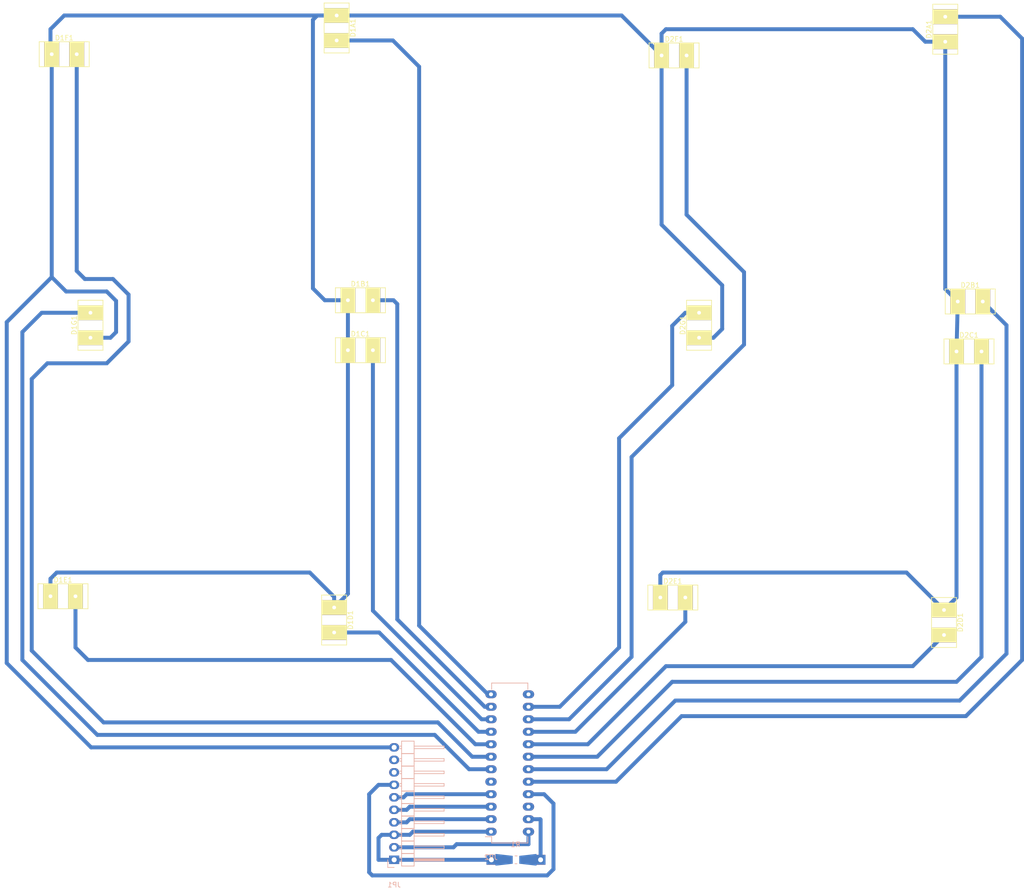
<source format=kicad_pcb>
(kicad_pcb (version 4) (host pcbnew 4.0.5)

  (general
    (links 39)
    (no_connects 2)
    (area 25.009429 18.891 281.178001 235.966001)
    (thickness 1.6)
    (drawings 35)
    (tracks 175)
    (zones 0)
    (modules 17)
    (nets 28)
  )

  (page User 431.8 279.4)
  (title_block
    (title "Scorepoint: Digits")
    (date 2016-12-13)
    (rev 0)
    (company IPS)
    (comment 1 "Paloma Chavez")
  )

  (layers
    (0 F.Cu signal)
    (31 B.Cu signal)
    (32 B.Adhes user)
    (33 F.Adhes user)
    (34 B.Paste user)
    (35 F.Paste user)
    (36 B.SilkS user)
    (37 F.SilkS user)
    (38 B.Mask user)
    (39 F.Mask user)
    (40 Dwgs.User user)
    (41 Cmts.User user)
    (42 Eco1.User user)
    (43 Eco2.User user)
    (44 Edge.Cuts user)
    (45 Margin user)
    (46 B.CrtYd user)
    (47 F.CrtYd user)
    (48 B.Fab user)
    (49 F.Fab user hide)
  )

  (setup
    (last_trace_width 0.8)
    (trace_clearance 0.254)
    (zone_clearance 0.508)
    (zone_45_only yes)
    (trace_min 0.254)
    (segment_width 0.2)
    (edge_width 0.15)
    (via_size 0.889)
    (via_drill 0.635)
    (via_min_size 0.889)
    (via_min_drill 0.508)
    (uvia_size 0.508)
    (uvia_drill 0.127)
    (uvias_allowed no)
    (uvia_min_size 0.508)
    (uvia_min_drill 0.127)
    (pcb_text_width 0.3)
    (pcb_text_size 3 3)
    (mod_edge_width 0.15)
    (mod_text_size 1 1)
    (mod_text_width 0.15)
    (pad_size 1.524 1.524)
    (pad_drill 0.762)
    (pad_to_mask_clearance 0.2)
    (aux_axis_origin 0 0)
    (grid_origin 98.298 101.346)
    (visible_elements 7FFFFFFF)
    (pcbplotparams
      (layerselection 0x00000_80000001)
      (usegerberextensions false)
      (excludeedgelayer true)
      (linewidth 0.100000)
      (plotframeref false)
      (viasonmask false)
      (mode 1)
      (useauxorigin false)
      (hpglpennumber 1)
      (hpglpenspeed 20)
      (hpglpendiameter 15)
      (hpglpenoverlay 2)
      (psnegative false)
      (psa4output false)
      (plotreference false)
      (plotvalue false)
      (plotinvisibletext false)
      (padsonsilk false)
      (subtractmaskfromsilk false)
      (outputformat 4)
      (mirror true)
      (drillshape 2)
      (scaleselection 1)
      (outputdirectory ""))
  )

  (net 0 "")
  (net 1 /d1a)
  (net 2 /12V)
  (net 3 /d1b)
  (net 4 /d1c)
  (net 5 /d1d)
  (net 6 /d1e)
  (net 7 /d1f)
  (net 8 /d1g)
  (net 9 /d2a)
  (net 10 /d2b)
  (net 11 /d2c)
  (net 12 /d2d)
  (net 13 /d2e)
  (net 14 /d2f)
  (net 15 /d2g)
  (net 16 /5V)
  (net 17 /GND)
  (net 18 /SDI)
  (net 19 /CLK)
  (net 20 /LE)
  (net 21 /OE)
  (net 22 "Net-(JP1-Pad8)")
  (net 23 "Net-(JP1-Pad9)")
  (net 24 "Net-(JP2-Pad5)")
  (net 25 "Net-(JP2-Pad13)")
  (net 26 "Net-(JP2-Pad22)")
  (net 27 "Net-(JP2-Pad23)")

  (net_class Default "This is the default net class."
    (clearance 0.254)
    (trace_width 0.8)
    (via_dia 0.889)
    (via_drill 0.635)
    (uvia_dia 0.508)
    (uvia_drill 0.127)
    (add_net /12V)
    (add_net /5V)
    (add_net /CLK)
    (add_net /GND)
    (add_net /LE)
    (add_net /OE)
    (add_net /SDI)
    (add_net /d1a)
    (add_net /d1b)
    (add_net /d1c)
    (add_net /d1d)
    (add_net /d1e)
    (add_net /d1f)
    (add_net /d1g)
    (add_net /d2a)
    (add_net /d2b)
    (add_net /d2c)
    (add_net /d2d)
    (add_net /d2e)
    (add_net /d2f)
    (add_net /d2g)
    (add_net "Net-(JP1-Pad8)")
    (add_net "Net-(JP1-Pad9)")
    (add_net "Net-(JP2-Pad13)")
    (add_net "Net-(JP2-Pad22)")
    (add_net "Net-(JP2-Pad23)")
    (add_net "Net-(JP2-Pad5)")
  )

  (module Scorepoint:LedStrip (layer F.Cu) (tedit 5849AA68) (tstamp 58503AF0)
    (at 113.284 43.307 270)
    (path /5849B1D6)
    (fp_text reference D1A1 (at 0 -3.31 270) (layer F.SilkS)
      (effects (font (size 1 1) (thickness 0.15)))
    )
    (fp_text value LEDStrip (at 0 -4.31 270) (layer F.Fab)
      (effects (font (size 1 1) (thickness 0.15)))
    )
    (fp_line (start -5.08 -2.54) (end 5.08 -2.54) (layer F.SilkS) (width 0.15))
    (fp_line (start 5.08 -2.54) (end 5.08 2.54) (layer F.SilkS) (width 0.15))
    (fp_line (start 5.08 2.54) (end -5.08 2.54) (layer F.SilkS) (width 0.15))
    (fp_line (start -5.08 2.54) (end -5.08 -2.54) (layer F.SilkS) (width 0.15))
    (pad - thru_hole rect (at 2.54 0 270) (size 3 5) (drill 0.762) (layers *.Cu *.Mask F.SilkS)
      (net 1 /d1a))
    (pad + thru_hole rect (at -2.54 0 270) (size 3 5) (drill 0.762) (layers *.Cu *.Mask F.SilkS)
      (net 2 /12V))
  )

  (module Scorepoint:LedStrip (layer F.Cu) (tedit 5849AA68) (tstamp 58503AF6)
    (at 118.11 98.679)
    (path /5849B1FF)
    (fp_text reference D1B1 (at 0 -3.31) (layer F.SilkS)
      (effects (font (size 1 1) (thickness 0.15)))
    )
    (fp_text value LEDStrip (at 0 -4.31) (layer F.Fab)
      (effects (font (size 1 1) (thickness 0.15)))
    )
    (fp_line (start -5.08 -2.54) (end 5.08 -2.54) (layer F.SilkS) (width 0.15))
    (fp_line (start 5.08 -2.54) (end 5.08 2.54) (layer F.SilkS) (width 0.15))
    (fp_line (start 5.08 2.54) (end -5.08 2.54) (layer F.SilkS) (width 0.15))
    (fp_line (start -5.08 2.54) (end -5.08 -2.54) (layer F.SilkS) (width 0.15))
    (pad - thru_hole rect (at 2.54 0) (size 3 5) (drill 0.762) (layers *.Cu *.Mask F.SilkS)
      (net 3 /d1b))
    (pad + thru_hole rect (at -2.54 0) (size 3 5) (drill 0.762) (layers *.Cu *.Mask F.SilkS)
      (net 2 /12V))
  )

  (module Scorepoint:LedStrip (layer F.Cu) (tedit 5849AA68) (tstamp 58503AFC)
    (at 118.11 108.839)
    (path /5849B2D0)
    (fp_text reference D1C1 (at 0 -3.31) (layer F.SilkS)
      (effects (font (size 1 1) (thickness 0.15)))
    )
    (fp_text value LEDStrip (at 0 -4.31) (layer F.Fab)
      (effects (font (size 1 1) (thickness 0.15)))
    )
    (fp_line (start -5.08 -2.54) (end 5.08 -2.54) (layer F.SilkS) (width 0.15))
    (fp_line (start 5.08 -2.54) (end 5.08 2.54) (layer F.SilkS) (width 0.15))
    (fp_line (start 5.08 2.54) (end -5.08 2.54) (layer F.SilkS) (width 0.15))
    (fp_line (start -5.08 2.54) (end -5.08 -2.54) (layer F.SilkS) (width 0.15))
    (pad - thru_hole rect (at 2.54 0) (size 3 5) (drill 0.762) (layers *.Cu *.Mask F.SilkS)
      (net 4 /d1c))
    (pad + thru_hole rect (at -2.54 0) (size 3 5) (drill 0.762) (layers *.Cu *.Mask F.SilkS)
      (net 2 /12V))
  )

  (module Scorepoint:LedStrip (layer F.Cu) (tedit 5849AA68) (tstamp 58503B02)
    (at 112.776 163.703 270)
    (path /5849B375)
    (fp_text reference D1D1 (at 0 -3.31 270) (layer F.SilkS)
      (effects (font (size 1 1) (thickness 0.15)))
    )
    (fp_text value LEDStrip (at 0 -4.31 270) (layer F.Fab)
      (effects (font (size 1 1) (thickness 0.15)))
    )
    (fp_line (start -5.08 -2.54) (end 5.08 -2.54) (layer F.SilkS) (width 0.15))
    (fp_line (start 5.08 -2.54) (end 5.08 2.54) (layer F.SilkS) (width 0.15))
    (fp_line (start 5.08 2.54) (end -5.08 2.54) (layer F.SilkS) (width 0.15))
    (fp_line (start -5.08 2.54) (end -5.08 -2.54) (layer F.SilkS) (width 0.15))
    (pad - thru_hole rect (at 2.54 0 270) (size 3 5) (drill 0.762) (layers *.Cu *.Mask F.SilkS)
      (net 5 /d1d))
    (pad + thru_hole rect (at -2.54 0 270) (size 3 5) (drill 0.762) (layers *.Cu *.Mask F.SilkS)
      (net 2 /12V))
  )

  (module Scorepoint:LedStrip (layer F.Cu) (tedit 5849AA68) (tstamp 58503B08)
    (at 57.658 158.877)
    (path /5849B301)
    (fp_text reference D1E1 (at 0 -3.31) (layer F.SilkS)
      (effects (font (size 1 1) (thickness 0.15)))
    )
    (fp_text value LEDStrip (at 0 -4.31) (layer F.Fab)
      (effects (font (size 1 1) (thickness 0.15)))
    )
    (fp_line (start -5.08 -2.54) (end 5.08 -2.54) (layer F.SilkS) (width 0.15))
    (fp_line (start 5.08 -2.54) (end 5.08 2.54) (layer F.SilkS) (width 0.15))
    (fp_line (start 5.08 2.54) (end -5.08 2.54) (layer F.SilkS) (width 0.15))
    (fp_line (start -5.08 2.54) (end -5.08 -2.54) (layer F.SilkS) (width 0.15))
    (pad - thru_hole rect (at 2.54 0) (size 3 5) (drill 0.762) (layers *.Cu *.Mask F.SilkS)
      (net 6 /d1e))
    (pad + thru_hole rect (at -2.54 0) (size 3 5) (drill 0.762) (layers *.Cu *.Mask F.SilkS)
      (net 2 /12V))
  )

  (module Scorepoint:LedStrip (layer F.Cu) (tedit 5849AA68) (tstamp 58503B0E)
    (at 57.912 48.641)
    (path /5849B25D)
    (fp_text reference D1F1 (at 0 -3.31) (layer F.SilkS)
      (effects (font (size 1 1) (thickness 0.15)))
    )
    (fp_text value LEDStrip (at 0 -4.31) (layer F.Fab)
      (effects (font (size 1 1) (thickness 0.15)))
    )
    (fp_line (start -5.08 -2.54) (end 5.08 -2.54) (layer F.SilkS) (width 0.15))
    (fp_line (start 5.08 -2.54) (end 5.08 2.54) (layer F.SilkS) (width 0.15))
    (fp_line (start 5.08 2.54) (end -5.08 2.54) (layer F.SilkS) (width 0.15))
    (fp_line (start -5.08 2.54) (end -5.08 -2.54) (layer F.SilkS) (width 0.15))
    (pad - thru_hole rect (at 2.54 0) (size 3 5) (drill 0.762) (layers *.Cu *.Mask F.SilkS)
      (net 7 /d1f))
    (pad + thru_hole rect (at -2.54 0) (size 3 5) (drill 0.762) (layers *.Cu *.Mask F.SilkS)
      (net 2 /12V))
  )

  (module Scorepoint:LedStrip (layer F.Cu) (tedit 5849AA68) (tstamp 58503B14)
    (at 63.246 103.759 90)
    (path /5849B29C)
    (fp_text reference D1G1 (at 0 -3.31 90) (layer F.SilkS)
      (effects (font (size 1 1) (thickness 0.15)))
    )
    (fp_text value LEDStrip (at 0 -4.31 90) (layer F.Fab)
      (effects (font (size 1 1) (thickness 0.15)))
    )
    (fp_line (start -5.08 -2.54) (end 5.08 -2.54) (layer F.SilkS) (width 0.15))
    (fp_line (start 5.08 -2.54) (end 5.08 2.54) (layer F.SilkS) (width 0.15))
    (fp_line (start 5.08 2.54) (end -5.08 2.54) (layer F.SilkS) (width 0.15))
    (fp_line (start -5.08 2.54) (end -5.08 -2.54) (layer F.SilkS) (width 0.15))
    (pad - thru_hole rect (at 2.54 0 90) (size 3 5) (drill 0.762) (layers *.Cu *.Mask F.SilkS)
      (net 8 /d1g))
    (pad + thru_hole rect (at -2.54 0 90) (size 3 5) (drill 0.762) (layers *.Cu *.Mask F.SilkS)
      (net 2 /12V))
  )

  (module Scorepoint:LedStrip (layer F.Cu) (tedit 5849AA68) (tstamp 58503B1A)
    (at 236.982 43.561 90)
    (path /5849B5C6)
    (fp_text reference D2A1 (at 0 -3.31 90) (layer F.SilkS)
      (effects (font (size 1 1) (thickness 0.15)))
    )
    (fp_text value LEDStrip (at 0 -4.31 90) (layer F.Fab)
      (effects (font (size 1 1) (thickness 0.15)))
    )
    (fp_line (start -5.08 -2.54) (end 5.08 -2.54) (layer F.SilkS) (width 0.15))
    (fp_line (start 5.08 -2.54) (end 5.08 2.54) (layer F.SilkS) (width 0.15))
    (fp_line (start 5.08 2.54) (end -5.08 2.54) (layer F.SilkS) (width 0.15))
    (fp_line (start -5.08 2.54) (end -5.08 -2.54) (layer F.SilkS) (width 0.15))
    (pad - thru_hole rect (at 2.54 0 90) (size 3 5) (drill 0.762) (layers *.Cu *.Mask F.SilkS)
      (net 9 /d2a))
    (pad + thru_hole rect (at -2.54 0 90) (size 3 5) (drill 0.762) (layers *.Cu *.Mask F.SilkS)
      (net 2 /12V))
  )

  (module Scorepoint:LedStrip (layer F.Cu) (tedit 5849AA68) (tstamp 58503B20)
    (at 242.062 98.933)
    (path /5849B5CC)
    (fp_text reference D2B1 (at 0 -3.31) (layer F.SilkS)
      (effects (font (size 1 1) (thickness 0.15)))
    )
    (fp_text value LEDStrip (at 0 -4.31) (layer F.Fab)
      (effects (font (size 1 1) (thickness 0.15)))
    )
    (fp_line (start -5.08 -2.54) (end 5.08 -2.54) (layer F.SilkS) (width 0.15))
    (fp_line (start 5.08 -2.54) (end 5.08 2.54) (layer F.SilkS) (width 0.15))
    (fp_line (start 5.08 2.54) (end -5.08 2.54) (layer F.SilkS) (width 0.15))
    (fp_line (start -5.08 2.54) (end -5.08 -2.54) (layer F.SilkS) (width 0.15))
    (pad - thru_hole rect (at 2.54 0) (size 3 5) (drill 0.762) (layers *.Cu *.Mask F.SilkS)
      (net 10 /d2b))
    (pad + thru_hole rect (at -2.54 0) (size 3 5) (drill 0.762) (layers *.Cu *.Mask F.SilkS)
      (net 2 /12V))
  )

  (module Scorepoint:LedStrip (layer F.Cu) (tedit 5849AA68) (tstamp 58503B26)
    (at 241.808 109.093)
    (path /5849B5DE)
    (fp_text reference D2C1 (at 0 -3.31) (layer F.SilkS)
      (effects (font (size 1 1) (thickness 0.15)))
    )
    (fp_text value LEDStrip (at 0 -4.31) (layer F.Fab)
      (effects (font (size 1 1) (thickness 0.15)))
    )
    (fp_line (start -5.08 -2.54) (end 5.08 -2.54) (layer F.SilkS) (width 0.15))
    (fp_line (start 5.08 -2.54) (end 5.08 2.54) (layer F.SilkS) (width 0.15))
    (fp_line (start 5.08 2.54) (end -5.08 2.54) (layer F.SilkS) (width 0.15))
    (fp_line (start -5.08 2.54) (end -5.08 -2.54) (layer F.SilkS) (width 0.15))
    (pad - thru_hole rect (at 2.54 0) (size 3 5) (drill 0.762) (layers *.Cu *.Mask F.SilkS)
      (net 11 /d2c))
    (pad + thru_hole rect (at -2.54 0) (size 3 5) (drill 0.762) (layers *.Cu *.Mask F.SilkS)
      (net 2 /12V))
  )

  (module Scorepoint:LedStrip (layer F.Cu) (tedit 5849AA68) (tstamp 58503B2C)
    (at 236.728 164.211 270)
    (path /5849B5EA)
    (fp_text reference D2D1 (at 0 -3.31 270) (layer F.SilkS)
      (effects (font (size 1 1) (thickness 0.15)))
    )
    (fp_text value LEDStrip (at 0 -4.31 270) (layer F.Fab)
      (effects (font (size 1 1) (thickness 0.15)))
    )
    (fp_line (start -5.08 -2.54) (end 5.08 -2.54) (layer F.SilkS) (width 0.15))
    (fp_line (start 5.08 -2.54) (end 5.08 2.54) (layer F.SilkS) (width 0.15))
    (fp_line (start 5.08 2.54) (end -5.08 2.54) (layer F.SilkS) (width 0.15))
    (fp_line (start -5.08 2.54) (end -5.08 -2.54) (layer F.SilkS) (width 0.15))
    (pad - thru_hole rect (at 2.54 0 270) (size 3 5) (drill 0.762) (layers *.Cu *.Mask F.SilkS)
      (net 12 /d2d))
    (pad + thru_hole rect (at -2.54 0 270) (size 3 5) (drill 0.762) (layers *.Cu *.Mask F.SilkS)
      (net 2 /12V))
  )

  (module Scorepoint:LedStrip (layer F.Cu) (tedit 5849AA68) (tstamp 58503B32)
    (at 181.61 159.131)
    (path /5849B5E4)
    (fp_text reference D2E1 (at 0 -3.31) (layer F.SilkS)
      (effects (font (size 1 1) (thickness 0.15)))
    )
    (fp_text value LEDStrip (at 0 -4.31) (layer F.Fab)
      (effects (font (size 1 1) (thickness 0.15)))
    )
    (fp_line (start -5.08 -2.54) (end 5.08 -2.54) (layer F.SilkS) (width 0.15))
    (fp_line (start 5.08 -2.54) (end 5.08 2.54) (layer F.SilkS) (width 0.15))
    (fp_line (start 5.08 2.54) (end -5.08 2.54) (layer F.SilkS) (width 0.15))
    (fp_line (start -5.08 2.54) (end -5.08 -2.54) (layer F.SilkS) (width 0.15))
    (pad - thru_hole rect (at 2.54 0) (size 3 5) (drill 0.762) (layers *.Cu *.Mask F.SilkS)
      (net 13 /d2e))
    (pad + thru_hole rect (at -2.54 0) (size 3 5) (drill 0.762) (layers *.Cu *.Mask F.SilkS)
      (net 2 /12V))
  )

  (module Scorepoint:LedStrip (layer F.Cu) (tedit 5849AA68) (tstamp 58503B38)
    (at 181.864 48.895)
    (path /5849B5D2)
    (fp_text reference D2F1 (at 0 -3.31) (layer F.SilkS)
      (effects (font (size 1 1) (thickness 0.15)))
    )
    (fp_text value LEDStrip (at 0 -4.31) (layer F.Fab)
      (effects (font (size 1 1) (thickness 0.15)))
    )
    (fp_line (start -5.08 -2.54) (end 5.08 -2.54) (layer F.SilkS) (width 0.15))
    (fp_line (start 5.08 -2.54) (end 5.08 2.54) (layer F.SilkS) (width 0.15))
    (fp_line (start 5.08 2.54) (end -5.08 2.54) (layer F.SilkS) (width 0.15))
    (fp_line (start -5.08 2.54) (end -5.08 -2.54) (layer F.SilkS) (width 0.15))
    (pad - thru_hole rect (at 2.54 0) (size 3 5) (drill 0.762) (layers *.Cu *.Mask F.SilkS)
      (net 14 /d2f))
    (pad + thru_hole rect (at -2.54 0) (size 3 5) (drill 0.762) (layers *.Cu *.Mask F.SilkS)
      (net 2 /12V))
  )

  (module Scorepoint:LedStrip (layer F.Cu) (tedit 5849AA68) (tstamp 58503B3E)
    (at 186.944 103.759 90)
    (path /5849B5D8)
    (fp_text reference D2G1 (at 0 -3.31 90) (layer F.SilkS)
      (effects (font (size 1 1) (thickness 0.15)))
    )
    (fp_text value LEDStrip (at 0 -4.31 90) (layer F.Fab)
      (effects (font (size 1 1) (thickness 0.15)))
    )
    (fp_line (start -5.08 -2.54) (end 5.08 -2.54) (layer F.SilkS) (width 0.15))
    (fp_line (start 5.08 -2.54) (end 5.08 2.54) (layer F.SilkS) (width 0.15))
    (fp_line (start 5.08 2.54) (end -5.08 2.54) (layer F.SilkS) (width 0.15))
    (fp_line (start -5.08 2.54) (end -5.08 -2.54) (layer F.SilkS) (width 0.15))
    (pad - thru_hole rect (at 2.54 0 90) (size 3 5) (drill 0.762) (layers *.Cu *.Mask F.SilkS)
      (net 15 /d2g))
    (pad + thru_hole rect (at -2.54 0 90) (size 3 5) (drill 0.762) (layers *.Cu *.Mask F.SilkS)
      (net 2 /12V))
  )

  (module Housings_DIP:DIP-24_W7.62mm_LongPads (layer B.Cu) (tedit 54130A77) (tstamp 5851E816)
    (at 144.653 206.756)
    (descr "24-lead dip package, row spacing 7.62 mm (300 mils), longer pads")
    (tags "dil dip 2.54 300")
    (path /584B5594)
    (fp_text reference JP2 (at 0 5.22) (layer B.SilkS)
      (effects (font (size 1 1) (thickness 0.15)) (justify mirror))
    )
    (fp_text value ICsocket (at 0 3.72) (layer B.Fab)
      (effects (font (size 1 1) (thickness 0.15)) (justify mirror))
    )
    (fp_line (start -1.4 2.45) (end -1.4 -30.4) (layer B.CrtYd) (width 0.05))
    (fp_line (start 9 2.45) (end 9 -30.4) (layer B.CrtYd) (width 0.05))
    (fp_line (start -1.4 2.45) (end 9 2.45) (layer B.CrtYd) (width 0.05))
    (fp_line (start -1.4 -30.4) (end 9 -30.4) (layer B.CrtYd) (width 0.05))
    (fp_line (start 0.135 2.295) (end 0.135 1.025) (layer B.SilkS) (width 0.15))
    (fp_line (start 7.485 2.295) (end 7.485 1.025) (layer B.SilkS) (width 0.15))
    (fp_line (start 7.485 -30.235) (end 7.485 -28.965) (layer B.SilkS) (width 0.15))
    (fp_line (start 0.135 -30.235) (end 0.135 -28.965) (layer B.SilkS) (width 0.15))
    (fp_line (start 0.135 2.295) (end 7.485 2.295) (layer B.SilkS) (width 0.15))
    (fp_line (start 0.135 -30.235) (end 7.485 -30.235) (layer B.SilkS) (width 0.15))
    (fp_line (start 0.135 1.025) (end -1.15 1.025) (layer B.SilkS) (width 0.15))
    (pad 1 thru_hole oval (at 0 0) (size 2.3 1.6) (drill 0.8) (layers *.Cu *.Mask)
      (net 17 /GND))
    (pad 2 thru_hole oval (at 0 -2.54) (size 2.3 1.6) (drill 0.8) (layers *.Cu *.Mask)
      (net 18 /SDI))
    (pad 3 thru_hole oval (at 0 -5.08) (size 2.3 1.6) (drill 0.8) (layers *.Cu *.Mask)
      (net 19 /CLK))
    (pad 4 thru_hole oval (at 0 -7.62) (size 2.3 1.6) (drill 0.8) (layers *.Cu *.Mask)
      (net 20 /LE))
    (pad 5 thru_hole oval (at 0 -10.16) (size 2.3 1.6) (drill 0.8) (layers *.Cu *.Mask)
      (net 24 "Net-(JP2-Pad5)"))
    (pad 6 thru_hole oval (at 0 -12.7) (size 2.3 1.6) (drill 0.8) (layers *.Cu *.Mask)
      (net 8 /d1g))
    (pad 7 thru_hole oval (at 0 -15.24) (size 2.3 1.6) (drill 0.8) (layers *.Cu *.Mask)
      (net 7 /d1f))
    (pad 8 thru_hole oval (at 0 -17.78) (size 2.3 1.6) (drill 0.8) (layers *.Cu *.Mask)
      (net 6 /d1e))
    (pad 9 thru_hole oval (at 0 -20.32) (size 2.3 1.6) (drill 0.8) (layers *.Cu *.Mask)
      (net 5 /d1d))
    (pad 10 thru_hole oval (at 0 -22.86) (size 2.3 1.6) (drill 0.8) (layers *.Cu *.Mask)
      (net 4 /d1c))
    (pad 11 thru_hole oval (at 0 -25.4) (size 2.3 1.6) (drill 0.8) (layers *.Cu *.Mask)
      (net 3 /d1b))
    (pad 12 thru_hole oval (at 0 -27.94) (size 2.3 1.6) (drill 0.8) (layers *.Cu *.Mask)
      (net 1 /d1a))
    (pad 13 thru_hole oval (at 7.62 -27.94) (size 2.3 1.6) (drill 0.8) (layers *.Cu *.Mask)
      (net 25 "Net-(JP2-Pad13)"))
    (pad 14 thru_hole oval (at 7.62 -25.4) (size 2.3 1.6) (drill 0.8) (layers *.Cu *.Mask)
      (net 15 /d2g))
    (pad 15 thru_hole oval (at 7.62 -22.86) (size 2.3 1.6) (drill 0.8) (layers *.Cu *.Mask)
      (net 14 /d2f))
    (pad 16 thru_hole oval (at 7.62 -20.32) (size 2.3 1.6) (drill 0.8) (layers *.Cu *.Mask)
      (net 13 /d2e))
    (pad 17 thru_hole oval (at 7.62 -17.78) (size 2.3 1.6) (drill 0.8) (layers *.Cu *.Mask)
      (net 12 /d2d))
    (pad 18 thru_hole oval (at 7.62 -15.24) (size 2.3 1.6) (drill 0.8) (layers *.Cu *.Mask)
      (net 11 /d2c))
    (pad 19 thru_hole oval (at 7.62 -12.7) (size 2.3 1.6) (drill 0.8) (layers *.Cu *.Mask)
      (net 10 /d2b))
    (pad 20 thru_hole oval (at 7.62 -10.16) (size 2.3 1.6) (drill 0.8) (layers *.Cu *.Mask)
      (net 9 /d2a))
    (pad 21 thru_hole oval (at 7.62 -7.62) (size 2.3 1.6) (drill 0.8) (layers *.Cu *.Mask)
      (net 21 /OE))
    (pad 22 thru_hole oval (at 7.62 -5.08) (size 2.3 1.6) (drill 0.8) (layers *.Cu *.Mask)
      (net 26 "Net-(JP2-Pad22)"))
    (pad 23 thru_hole oval (at 7.62 -2.54) (size 2.3 1.6) (drill 0.8) (layers *.Cu *.Mask)
      (net 27 "Net-(JP2-Pad23)"))
    (pad 24 thru_hole oval (at 7.62 0) (size 2.3 1.6) (drill 0.8) (layers *.Cu *.Mask)
      (net 16 /5V))
    (model Housings_DIP.3dshapes/DIP-24_W7.62mm_LongPads.wrl
      (at (xyz 0 0 0))
      (scale (xyz 1 1 1))
      (rotate (xyz 0 0 0))
    )
  )

  (module Pin_Headers:Pin_Header_Angled_1x10 (layer B.Cu) (tedit 0) (tstamp 5851FA50)
    (at 124.968 212.471)
    (descr "Through hole pin header")
    (tags "pin header")
    (path /584F646B)
    (fp_text reference JP1 (at 0 5.1) (layer B.SilkS)
      (effects (font (size 1 1) (thickness 0.15)) (justify mirror))
    )
    (fp_text value PINHD-1X10 (at 0 3.1) (layer B.Fab)
      (effects (font (size 1 1) (thickness 0.15)) (justify mirror))
    )
    (fp_line (start -1.5 1.75) (end -1.5 -24.65) (layer B.CrtYd) (width 0.05))
    (fp_line (start 10.65 1.75) (end 10.65 -24.65) (layer B.CrtYd) (width 0.05))
    (fp_line (start -1.5 1.75) (end 10.65 1.75) (layer B.CrtYd) (width 0.05))
    (fp_line (start -1.5 -24.65) (end 10.65 -24.65) (layer B.CrtYd) (width 0.05))
    (fp_line (start -1.3 1.55) (end -1.3 0) (layer B.SilkS) (width 0.15))
    (fp_line (start 0 1.55) (end -1.3 1.55) (layer B.SilkS) (width 0.15))
    (fp_line (start 4.191 0.127) (end 10.033 0.127) (layer B.SilkS) (width 0.15))
    (fp_line (start 10.033 0.127) (end 10.033 -0.127) (layer B.SilkS) (width 0.15))
    (fp_line (start 10.033 -0.127) (end 4.191 -0.127) (layer B.SilkS) (width 0.15))
    (fp_line (start 4.191 -0.127) (end 4.191 0) (layer B.SilkS) (width 0.15))
    (fp_line (start 4.191 0) (end 10.033 0) (layer B.SilkS) (width 0.15))
    (fp_line (start 1.524 -17.526) (end 1.143 -17.526) (layer B.SilkS) (width 0.15))
    (fp_line (start 1.524 -18.034) (end 1.143 -18.034) (layer B.SilkS) (width 0.15))
    (fp_line (start 1.524 -20.066) (end 1.143 -20.066) (layer B.SilkS) (width 0.15))
    (fp_line (start 1.524 -20.574) (end 1.143 -20.574) (layer B.SilkS) (width 0.15))
    (fp_line (start 1.524 -22.606) (end 1.143 -22.606) (layer B.SilkS) (width 0.15))
    (fp_line (start 1.524 -23.114) (end 1.143 -23.114) (layer B.SilkS) (width 0.15))
    (fp_line (start 1.524 0.254) (end 1.143 0.254) (layer B.SilkS) (width 0.15))
    (fp_line (start 1.524 -0.254) (end 1.143 -0.254) (layer B.SilkS) (width 0.15))
    (fp_line (start 1.524 -2.286) (end 1.143 -2.286) (layer B.SilkS) (width 0.15))
    (fp_line (start 1.524 -2.794) (end 1.143 -2.794) (layer B.SilkS) (width 0.15))
    (fp_line (start 1.524 -4.826) (end 1.143 -4.826) (layer B.SilkS) (width 0.15))
    (fp_line (start 1.524 -5.334) (end 1.143 -5.334) (layer B.SilkS) (width 0.15))
    (fp_line (start 1.524 -15.494) (end 1.143 -15.494) (layer B.SilkS) (width 0.15))
    (fp_line (start 1.524 -14.986) (end 1.143 -14.986) (layer B.SilkS) (width 0.15))
    (fp_line (start 1.524 -12.954) (end 1.143 -12.954) (layer B.SilkS) (width 0.15))
    (fp_line (start 1.524 -12.446) (end 1.143 -12.446) (layer B.SilkS) (width 0.15))
    (fp_line (start 1.524 -10.414) (end 1.143 -10.414) (layer B.SilkS) (width 0.15))
    (fp_line (start 1.524 -9.906) (end 1.143 -9.906) (layer B.SilkS) (width 0.15))
    (fp_line (start 1.524 -7.874) (end 1.143 -7.874) (layer B.SilkS) (width 0.15))
    (fp_line (start 1.524 -7.366) (end 1.143 -7.366) (layer B.SilkS) (width 0.15))
    (fp_line (start 1.524 -13.97) (end 4.064 -13.97) (layer B.SilkS) (width 0.15))
    (fp_line (start 1.524 -13.97) (end 1.524 -16.51) (layer B.SilkS) (width 0.15))
    (fp_line (start 1.524 -16.51) (end 4.064 -16.51) (layer B.SilkS) (width 0.15))
    (fp_line (start 4.064 -14.986) (end 10.16 -14.986) (layer B.SilkS) (width 0.15))
    (fp_line (start 10.16 -14.986) (end 10.16 -15.494) (layer B.SilkS) (width 0.15))
    (fp_line (start 10.16 -15.494) (end 4.064 -15.494) (layer B.SilkS) (width 0.15))
    (fp_line (start 4.064 -16.51) (end 4.064 -13.97) (layer B.SilkS) (width 0.15))
    (fp_line (start 4.064 -19.05) (end 4.064 -16.51) (layer B.SilkS) (width 0.15))
    (fp_line (start 10.16 -18.034) (end 4.064 -18.034) (layer B.SilkS) (width 0.15))
    (fp_line (start 10.16 -17.526) (end 10.16 -18.034) (layer B.SilkS) (width 0.15))
    (fp_line (start 4.064 -17.526) (end 10.16 -17.526) (layer B.SilkS) (width 0.15))
    (fp_line (start 1.524 -19.05) (end 4.064 -19.05) (layer B.SilkS) (width 0.15))
    (fp_line (start 1.524 -16.51) (end 1.524 -19.05) (layer B.SilkS) (width 0.15))
    (fp_line (start 1.524 -16.51) (end 4.064 -16.51) (layer B.SilkS) (width 0.15))
    (fp_line (start 1.524 -21.59) (end 4.064 -21.59) (layer B.SilkS) (width 0.15))
    (fp_line (start 1.524 -21.59) (end 1.524 -24.13) (layer B.SilkS) (width 0.15))
    (fp_line (start 4.064 -22.606) (end 10.16 -22.606) (layer B.SilkS) (width 0.15))
    (fp_line (start 10.16 -22.606) (end 10.16 -23.114) (layer B.SilkS) (width 0.15))
    (fp_line (start 10.16 -23.114) (end 4.064 -23.114) (layer B.SilkS) (width 0.15))
    (fp_line (start 4.064 -24.13) (end 4.064 -21.59) (layer B.SilkS) (width 0.15))
    (fp_line (start 4.064 -21.59) (end 4.064 -19.05) (layer B.SilkS) (width 0.15))
    (fp_line (start 10.16 -20.574) (end 4.064 -20.574) (layer B.SilkS) (width 0.15))
    (fp_line (start 10.16 -20.066) (end 10.16 -20.574) (layer B.SilkS) (width 0.15))
    (fp_line (start 4.064 -20.066) (end 10.16 -20.066) (layer B.SilkS) (width 0.15))
    (fp_line (start 1.524 -21.59) (end 4.064 -21.59) (layer B.SilkS) (width 0.15))
    (fp_line (start 1.524 -19.05) (end 1.524 -21.59) (layer B.SilkS) (width 0.15))
    (fp_line (start 1.524 -19.05) (end 4.064 -19.05) (layer B.SilkS) (width 0.15))
    (fp_line (start 1.524 -24.13) (end 4.064 -24.13) (layer B.SilkS) (width 0.15))
    (fp_line (start 1.524 1.27) (end 4.064 1.27) (layer B.SilkS) (width 0.15))
    (fp_line (start 1.524 -1.27) (end 4.064 -1.27) (layer B.SilkS) (width 0.15))
    (fp_line (start 1.524 -1.27) (end 1.524 -3.81) (layer B.SilkS) (width 0.15))
    (fp_line (start 1.524 -3.81) (end 4.064 -3.81) (layer B.SilkS) (width 0.15))
    (fp_line (start 4.064 -2.286) (end 10.16 -2.286) (layer B.SilkS) (width 0.15))
    (fp_line (start 10.16 -2.286) (end 10.16 -2.794) (layer B.SilkS) (width 0.15))
    (fp_line (start 10.16 -2.794) (end 4.064 -2.794) (layer B.SilkS) (width 0.15))
    (fp_line (start 4.064 -3.81) (end 4.064 -1.27) (layer B.SilkS) (width 0.15))
    (fp_line (start 4.064 -1.27) (end 4.064 1.27) (layer B.SilkS) (width 0.15))
    (fp_line (start 10.16 -0.254) (end 4.064 -0.254) (layer B.SilkS) (width 0.15))
    (fp_line (start 10.16 0.254) (end 10.16 -0.254) (layer B.SilkS) (width 0.15))
    (fp_line (start 4.064 0.254) (end 10.16 0.254) (layer B.SilkS) (width 0.15))
    (fp_line (start 1.524 -1.27) (end 4.064 -1.27) (layer B.SilkS) (width 0.15))
    (fp_line (start 1.524 1.27) (end 1.524 -1.27) (layer B.SilkS) (width 0.15))
    (fp_line (start 1.524 -8.89) (end 4.064 -8.89) (layer B.SilkS) (width 0.15))
    (fp_line (start 1.524 -8.89) (end 1.524 -11.43) (layer B.SilkS) (width 0.15))
    (fp_line (start 1.524 -11.43) (end 4.064 -11.43) (layer B.SilkS) (width 0.15))
    (fp_line (start 4.064 -9.906) (end 10.16 -9.906) (layer B.SilkS) (width 0.15))
    (fp_line (start 10.16 -9.906) (end 10.16 -10.414) (layer B.SilkS) (width 0.15))
    (fp_line (start 10.16 -10.414) (end 4.064 -10.414) (layer B.SilkS) (width 0.15))
    (fp_line (start 4.064 -11.43) (end 4.064 -8.89) (layer B.SilkS) (width 0.15))
    (fp_line (start 4.064 -13.97) (end 4.064 -11.43) (layer B.SilkS) (width 0.15))
    (fp_line (start 10.16 -12.954) (end 4.064 -12.954) (layer B.SilkS) (width 0.15))
    (fp_line (start 10.16 -12.446) (end 10.16 -12.954) (layer B.SilkS) (width 0.15))
    (fp_line (start 4.064 -12.446) (end 10.16 -12.446) (layer B.SilkS) (width 0.15))
    (fp_line (start 1.524 -13.97) (end 4.064 -13.97) (layer B.SilkS) (width 0.15))
    (fp_line (start 1.524 -11.43) (end 1.524 -13.97) (layer B.SilkS) (width 0.15))
    (fp_line (start 1.524 -11.43) (end 4.064 -11.43) (layer B.SilkS) (width 0.15))
    (fp_line (start 1.524 -6.35) (end 4.064 -6.35) (layer B.SilkS) (width 0.15))
    (fp_line (start 1.524 -6.35) (end 1.524 -8.89) (layer B.SilkS) (width 0.15))
    (fp_line (start 1.524 -8.89) (end 4.064 -8.89) (layer B.SilkS) (width 0.15))
    (fp_line (start 4.064 -7.366) (end 10.16 -7.366) (layer B.SilkS) (width 0.15))
    (fp_line (start 10.16 -7.366) (end 10.16 -7.874) (layer B.SilkS) (width 0.15))
    (fp_line (start 10.16 -7.874) (end 4.064 -7.874) (layer B.SilkS) (width 0.15))
    (fp_line (start 4.064 -8.89) (end 4.064 -6.35) (layer B.SilkS) (width 0.15))
    (fp_line (start 4.064 -6.35) (end 4.064 -3.81) (layer B.SilkS) (width 0.15))
    (fp_line (start 10.16 -5.334) (end 4.064 -5.334) (layer B.SilkS) (width 0.15))
    (fp_line (start 10.16 -4.826) (end 10.16 -5.334) (layer B.SilkS) (width 0.15))
    (fp_line (start 4.064 -4.826) (end 10.16 -4.826) (layer B.SilkS) (width 0.15))
    (fp_line (start 1.524 -6.35) (end 4.064 -6.35) (layer B.SilkS) (width 0.15))
    (fp_line (start 1.524 -3.81) (end 1.524 -6.35) (layer B.SilkS) (width 0.15))
    (fp_line (start 1.524 -3.81) (end 4.064 -3.81) (layer B.SilkS) (width 0.15))
    (pad 1 thru_hole rect (at 0 0) (size 2.032 1.7272) (drill 1.016) (layers *.Cu *.Mask)
      (net 17 /GND))
    (pad 2 thru_hole oval (at 0 -2.54) (size 2.032 1.7272) (drill 1.016) (layers *.Cu *.Mask)
      (net 16 /5V))
    (pad 3 thru_hole oval (at 0 -5.08) (size 2.032 1.7272) (drill 1.016) (layers *.Cu *.Mask)
      (net 17 /GND))
    (pad 4 thru_hole oval (at 0 -7.62) (size 2.032 1.7272) (drill 1.016) (layers *.Cu *.Mask)
      (net 18 /SDI))
    (pad 5 thru_hole oval (at 0 -10.16) (size 2.032 1.7272) (drill 1.016) (layers *.Cu *.Mask)
      (net 19 /CLK))
    (pad 6 thru_hole oval (at 0 -12.7) (size 2.032 1.7272) (drill 1.016) (layers *.Cu *.Mask)
      (net 20 /LE))
    (pad 7 thru_hole oval (at 0 -15.24) (size 2.032 1.7272) (drill 1.016) (layers *.Cu *.Mask)
      (net 21 /OE))
    (pad 8 thru_hole oval (at 0 -17.78) (size 2.032 1.7272) (drill 1.016) (layers *.Cu *.Mask)
      (net 22 "Net-(JP1-Pad8)"))
    (pad 9 thru_hole oval (at 0 -20.32) (size 2.032 1.7272) (drill 1.016) (layers *.Cu *.Mask)
      (net 23 "Net-(JP1-Pad9)"))
    (pad 10 thru_hole oval (at 0 -22.86) (size 2.032 1.7272) (drill 1.016) (layers *.Cu *.Mask)
      (net 2 /12V))
    (model Pin_Headers.3dshapes/Pin_Header_Angled_1x10.wrl
      (at (xyz 0 -0.45 0))
      (scale (xyz 1 1 1))
      (rotate (xyz 0 0 90))
    )
  )

  (module Resistors_Universal:Resistor_SMD+THTuniversal_0805to1206_RM10_HandSoldering (layer B.Cu) (tedit 0) (tstamp 5851FA5C)
    (at 149.733 212.471 180)
    (descr "Resistor, SMD and THT, universal, 0805 to 1206,RM10,  Hand soldering,")
    (tags "Resistor, SMD and THT, universal, 0805 to 1206, RM10, Hand soldering,")
    (path /584F5E9D)
    (fp_text reference R1 (at 0.09906 3.0988 180) (layer B.SilkS)
      (effects (font (size 1 1) (thickness 0.15)) (justify mirror))
    )
    (fp_text value 560 (at -0.39878 -4.20116 180) (layer B.Fab)
      (effects (font (size 1 1) (thickness 0.15)) (justify mirror))
    )
    (fp_line (start 0 -0.8001) (end 0.20066 -0.8001) (layer B.SilkS) (width 0.15))
    (fp_line (start 0 -0.8001) (end -0.20066 -0.8001) (layer B.SilkS) (width 0.15))
    (fp_line (start -0.09906 0.8001) (end -0.20066 0.8001) (layer B.SilkS) (width 0.15))
    (fp_line (start -0.20066 0.8001) (end 0.20066 0.8001) (layer B.SilkS) (width 0.15))
    (pad 1 smd trapezoid (at -2.413 0 180) (size 3.50012 1.99898) (rect_delta 0.39878 0 ) (layers B.Cu B.Paste B.Mask)
      (net 27 "Net-(JP2-Pad23)"))
    (pad 2 smd trapezoid (at 2.413 0) (size 3.50012 1.99898) (rect_delta 0.39878 0 ) (layers B.Cu B.Paste B.Mask)
      (net 17 /GND))
    (pad 1 thru_hole rect (at -5.00126 0) (size 1.99898 1.99898) (drill 1.00076) (layers *.Cu *.Mask)
      (net 27 "Net-(JP2-Pad23)"))
    (pad 2 thru_hole rect (at 5.00126 0) (size 1.99898 1.99898) (drill 1.00076) (layers *.Cu *.Mask)
      (net 17 /GND))
  )

  (dimension 224.79 (width 0.3) (layer F.Fab) (tstamp 588A4166)
    (gr_text "224.790 mm" (at 149.733 221.801) (layer F.Fab) (tstamp 588A4167)
      (effects (font (size 3 3) (thickness 0.3)))
    )
    (feature1 (pts (xy 262.128 235.966) (xy 262.128 219.701)))
    (feature2 (pts (xy 37.338 235.966) (xy 37.338 219.701)))
    (crossbar (pts (xy 37.338 223.901) (xy 262.128 223.901)))
    (arrow1a (pts (xy 262.128 223.901) (xy 261.001496 224.487421)))
    (arrow1b (pts (xy 262.128 223.901) (xy 261.001496 223.314579)))
    (arrow2a (pts (xy 37.338 223.901) (xy 38.464504 224.487421)))
    (arrow2b (pts (xy 37.338 223.901) (xy 38.464504 223.314579)))
  )
  (dimension 24.13 (width 0.3) (layer F.Fab) (tstamp 588A3D24)
    (gr_text "24.130 mm" (at 149.733 21.141) (layer F.Fab) (tstamp 588A3D25)
      (effects (font (size 3 3) (thickness 0.3)))
    )
    (feature1 (pts (xy 161.798 29.591) (xy 161.798 19.041)))
    (feature2 (pts (xy 137.668 29.591) (xy 137.668 19.041)))
    (crossbar (pts (xy 137.668 23.241) (xy 161.798 23.241)))
    (arrow1a (pts (xy 161.798 23.241) (xy 160.671496 23.827421)))
    (arrow1b (pts (xy 161.798 23.241) (xy 160.671496 22.654579)))
    (arrow2a (pts (xy 137.668 23.241) (xy 138.794504 23.827421)))
    (arrow2b (pts (xy 137.668 23.241) (xy 138.794504 22.654579)))
  )
  (dimension 100.33 (width 0.3) (layer F.Fab) (tstamp 588A3D20)
    (gr_text "100.330 mm" (at 211.963 21.141) (layer F.Fab) (tstamp 588A3D21)
      (effects (font (size 3 3) (thickness 0.3)))
    )
    (feature1 (pts (xy 262.128 34.036) (xy 262.128 19.041)))
    (feature2 (pts (xy 161.798 34.036) (xy 161.798 19.041)))
    (crossbar (pts (xy 161.798 23.241) (xy 262.128 23.241)))
    (arrow1a (pts (xy 262.128 23.241) (xy 261.001496 23.827421)))
    (arrow1b (pts (xy 262.128 23.241) (xy 261.001496 22.654579)))
    (arrow2a (pts (xy 161.798 23.241) (xy 162.924504 23.827421)))
    (arrow2b (pts (xy 161.798 23.241) (xy 162.924504 22.654579)))
  )
  (dimension 100.33 (width 0.3) (layer F.Fab) (tstamp 588A3D1C)
    (gr_text "100.330 mm" (at 87.503 21.141) (layer F.Fab) (tstamp 588A3D1D)
      (effects (font (size 3 3) (thickness 0.3)))
    )
    (feature1 (pts (xy 137.668 34.036) (xy 137.668 19.041)))
    (feature2 (pts (xy 37.338 34.036) (xy 37.338 19.041)))
    (crossbar (pts (xy 37.338 23.241) (xy 137.668 23.241)))
    (arrow1a (pts (xy 137.668 23.241) (xy 136.541496 23.827421)))
    (arrow1b (pts (xy 137.668 23.241) (xy 136.541496 22.654579)))
    (arrow2a (pts (xy 37.338 23.241) (xy 38.464504 23.827421)))
    (arrow2b (pts (xy 37.338 23.241) (xy 38.464504 22.654579)))
  )
  (gr_line (start 262.128 188.341) (end 266.573 183.896) (angle 90) (layer F.Fab) (width 0.2))
  (gr_line (start 37.338 188.341) (end 262.128 188.341) (angle 90) (layer F.Fab) (width 0.2))
  (dimension 200.66 (width 0.3) (layer F.Fab) (tstamp 588A3B86)
    (gr_text "200.660 mm" (at 260.028 123.571 270) (layer F.Fab) (tstamp 588A3B87)
      (effects (font (size 3 3) (thickness 0.3)))
    )
    (feature1 (pts (xy 281.178 223.901) (xy 257.928 223.901)))
    (feature2 (pts (xy 281.178 23.241) (xy 257.928 23.241)))
    (crossbar (pts (xy 262.128 23.241) (xy 262.128 223.901)))
    (arrow1a (pts (xy 262.128 223.901) (xy 261.541579 222.774496)))
    (arrow1b (pts (xy 262.128 223.901) (xy 262.714421 222.774496)))
    (arrow2a (pts (xy 262.128 23.241) (xy 261.541579 24.367504)))
    (arrow2b (pts (xy 262.128 23.241) (xy 262.714421 24.367504)))
  )
  (dimension 165.1 (width 0.3) (layer F.Fab) (tstamp 588A3A24)
    (gr_text "165.100 mm" (at 39.438 105.791 270) (layer F.Fab) (tstamp 588A3A25)
      (effects (font (size 3 3) (thickness 0.3)))
    )
    (feature1 (pts (xy 34.798 188.341) (xy 41.538 188.341)))
    (feature2 (pts (xy 34.798 23.241) (xy 41.538 23.241)))
    (crossbar (pts (xy 37.338 23.241) (xy 37.338 188.341)))
    (arrow1a (pts (xy 37.338 188.341) (xy 36.751579 187.214496)))
    (arrow1b (pts (xy 37.338 188.341) (xy 37.924421 187.214496)))
    (arrow2a (pts (xy 37.338 23.241) (xy 36.751579 24.367504)))
    (arrow2b (pts (xy 37.338 23.241) (xy 37.924421 24.367504)))
  )
  (dimension 50.038 (width 0.3) (layer F.Fab) (tstamp 588A2FB8)
    (gr_text "50.038 mm" (at 52.832 73.66 270) (layer F.Fab) (tstamp 588A2FB9)
      (effects (font (size 3 3) (thickness 0.3)))
    )
    (feature1 (pts (xy 52.832 98.679) (xy 52.832 98.679)))
    (feature2 (pts (xy 52.832 48.641) (xy 52.832 48.641)))
    (crossbar (pts (xy 52.832 48.641) (xy 52.832 98.679)))
    (arrow1a (pts (xy 52.832 98.679) (xy 52.245579 97.552496)))
    (arrow1b (pts (xy 52.832 98.679) (xy 53.418421 97.552496)))
    (arrow2a (pts (xy 52.832 48.641) (xy 52.245579 49.767504)))
    (arrow2b (pts (xy 52.832 48.641) (xy 53.418421 49.767504)))
  )
  (dimension 50.038 (width 0.3) (layer F.Fab) (tstamp 588A2FAD)
    (gr_text "50.038 mm" (at 52.832 133.858 270) (layer F.Fab) (tstamp 588A2FAE)
      (effects (font (size 3 3) (thickness 0.3)))
    )
    (feature1 (pts (xy 52.832 158.877) (xy 52.832 158.877)))
    (feature2 (pts (xy 52.832 108.839) (xy 52.832 108.839)))
    (crossbar (pts (xy 52.832 108.839) (xy 52.832 158.877)))
    (arrow1a (pts (xy 52.832 158.877) (xy 52.245579 157.750496)))
    (arrow1b (pts (xy 52.832 158.877) (xy 53.418421 157.750496)))
    (arrow2a (pts (xy 52.832 108.839) (xy 52.245579 109.965504)))
    (arrow2b (pts (xy 52.832 108.839) (xy 53.418421 109.965504)))
  )
  (dimension 50.038 (width 0.3) (layer F.Fab) (tstamp 588A2D69)
    (gr_text "50.038 mm" (at 176.784 73.914 270) (layer F.Fab) (tstamp 588A2D6A)
      (effects (font (size 3 3) (thickness 0.3)))
    )
    (feature1 (pts (xy 176.784 98.933) (xy 176.784 98.933)))
    (feature2 (pts (xy 176.784 48.895) (xy 176.784 48.895)))
    (crossbar (pts (xy 176.784 48.895) (xy 176.784 98.933)))
    (arrow1a (pts (xy 176.784 98.933) (xy 176.197579 97.806496)))
    (arrow1b (pts (xy 176.784 98.933) (xy 177.370421 97.806496)))
    (arrow2a (pts (xy 176.784 48.895) (xy 176.197579 50.021504)))
    (arrow2b (pts (xy 176.784 48.895) (xy 177.370421 50.021504)))
  )
  (dimension 50.038 (width 0.3) (layer F.Fab) (tstamp 588A2D53)
    (gr_text "50.038 mm" (at 176.784 134.112 270) (layer F.Fab) (tstamp 588A2D54)
      (effects (font (size 3 3) (thickness 0.3)))
    )
    (feature1 (pts (xy 176.784 159.131) (xy 176.784 159.131)))
    (feature2 (pts (xy 176.784 109.093) (xy 176.784 109.093)))
    (crossbar (pts (xy 176.784 109.093) (xy 176.784 159.131)))
    (arrow1a (pts (xy 176.784 159.131) (xy 176.197579 158.004496)))
    (arrow1b (pts (xy 176.784 159.131) (xy 177.370421 158.004496)))
    (arrow2a (pts (xy 176.784 109.093) (xy 176.197579 110.219504)))
    (arrow2b (pts (xy 176.784 109.093) (xy 177.370421 110.219504)))
  )
  (dimension 50.038 (width 0.3) (layer F.Fab)
    (gr_text "50.038 mm" (at 211.963 169.291) (layer F.Fab)
      (effects (font (size 3 3) (thickness 0.3)))
    )
    (feature1 (pts (xy 236.982 169.291) (xy 236.982 169.291)))
    (feature2 (pts (xy 186.944 169.291) (xy 186.944 169.291)))
    (crossbar (pts (xy 186.944 169.291) (xy 236.982 169.291)))
    (arrow1a (pts (xy 236.982 169.291) (xy 235.855496 169.877421)))
    (arrow1b (pts (xy 236.982 169.291) (xy 235.855496 168.704579)))
    (arrow2a (pts (xy 186.944 169.291) (xy 188.070504 169.877421)))
    (arrow2b (pts (xy 186.944 169.291) (xy 188.070504 168.704579)))
  )
  (dimension 50.038 (width 0.3) (layer F.Fab)
    (gr_text "50.038 mm" (at 236.982 134.112 90) (layer F.Fab)
      (effects (font (size 3 3) (thickness 0.3)))
    )
    (feature1 (pts (xy 236.982 109.093) (xy 236.982 109.093)))
    (feature2 (pts (xy 236.982 159.131) (xy 236.982 159.131)))
    (crossbar (pts (xy 236.982 159.131) (xy 236.982 109.093)))
    (arrow1a (pts (xy 236.982 109.093) (xy 237.568421 110.219504)))
    (arrow1b (pts (xy 236.982 109.093) (xy 236.395579 110.219504)))
    (arrow2a (pts (xy 236.982 159.131) (xy 237.568421 158.004496)))
    (arrow2b (pts (xy 236.982 159.131) (xy 236.395579 158.004496)))
  )
  (dimension 50.038 (width 0.3) (layer F.Fab)
    (gr_text "50.038 mm" (at 211.963 159.131) (layer F.Fab)
      (effects (font (size 3 3) (thickness 0.3)))
    )
    (feature1 (pts (xy 236.982 159.131) (xy 236.982 159.131)))
    (feature2 (pts (xy 186.944 159.131) (xy 186.944 159.131)))
    (crossbar (pts (xy 186.944 159.131) (xy 236.982 159.131)))
    (arrow1a (pts (xy 236.982 159.131) (xy 235.855496 159.717421)))
    (arrow1b (pts (xy 236.982 159.131) (xy 235.855496 158.544579)))
    (arrow2a (pts (xy 186.944 159.131) (xy 188.070504 159.717421)))
    (arrow2b (pts (xy 186.944 159.131) (xy 188.070504 158.544579)))
  )
  (dimension 50.038 (width 0.3) (layer F.Fab)
    (gr_text "50.038 mm" (at 186.944 134.112 270) (layer F.Fab)
      (effects (font (size 3 3) (thickness 0.3)))
    )
    (feature1 (pts (xy 186.944 159.131) (xy 186.944 159.131)))
    (feature2 (pts (xy 186.944 109.093) (xy 186.944 109.093)))
    (crossbar (pts (xy 186.944 109.093) (xy 186.944 159.131)))
    (arrow1a (pts (xy 186.944 159.131) (xy 186.357579 158.004496)))
    (arrow1b (pts (xy 186.944 159.131) (xy 187.530421 158.004496)))
    (arrow2a (pts (xy 186.944 109.093) (xy 186.357579 110.219504)))
    (arrow2b (pts (xy 186.944 109.093) (xy 187.530421 110.219504)))
  )
  (dimension 50.038 (width 0.3) (layer F.Fab)
    (gr_text "50.038 mm" (at 211.963 38.735) (layer F.Fab)
      (effects (font (size 3 3) (thickness 0.3)))
    )
    (feature1 (pts (xy 236.982 38.735) (xy 236.982 38.735)))
    (feature2 (pts (xy 186.944 38.735) (xy 186.944 38.735)))
    (crossbar (pts (xy 186.944 38.735) (xy 236.982 38.735)))
    (arrow1a (pts (xy 236.982 38.735) (xy 235.855496 39.321421)))
    (arrow1b (pts (xy 236.982 38.735) (xy 235.855496 38.148579)))
    (arrow2a (pts (xy 186.944 38.735) (xy 188.070504 39.321421)))
    (arrow2b (pts (xy 186.944 38.735) (xy 188.070504 38.148579)))
  )
  (dimension 50.038 (width 0.3) (layer F.Fab) (tstamp 58532B40)
    (gr_text "50.038 mm" (at 211.963 109.093) (layer F.Fab) (tstamp 58532B41)
      (effects (font (size 3 3) (thickness 0.3)))
    )
    (feature1 (pts (xy 236.982 109.093) (xy 236.982 109.093)))
    (feature2 (pts (xy 186.944 109.093) (xy 186.944 109.093)))
    (crossbar (pts (xy 186.944 109.093) (xy 236.982 109.093)))
    (arrow1a (pts (xy 236.982 109.093) (xy 235.855496 109.679421)))
    (arrow1b (pts (xy 236.982 109.093) (xy 235.855496 108.506579)))
    (arrow2a (pts (xy 186.944 109.093) (xy 188.070504 109.679421)))
    (arrow2b (pts (xy 186.944 109.093) (xy 188.070504 108.506579)))
  )
  (dimension 50.038 (width 0.3) (layer F.Fab) (tstamp 58532AE7)
    (gr_text "50.038 mm" (at 236.982 73.914 90) (layer F.Fab) (tstamp 58532AE8)
      (effects (font (size 3 3) (thickness 0.3)))
    )
    (feature1 (pts (xy 236.982 48.895) (xy 236.982 48.895)))
    (feature2 (pts (xy 236.982 98.933) (xy 236.982 98.933)))
    (crossbar (pts (xy 236.982 98.933) (xy 236.982 48.895)))
    (arrow1a (pts (xy 236.982 48.895) (xy 237.568421 50.021504)))
    (arrow1b (pts (xy 236.982 48.895) (xy 236.395579 50.021504)))
    (arrow2a (pts (xy 236.982 98.933) (xy 237.568421 97.806496)))
    (arrow2b (pts (xy 236.982 98.933) (xy 236.395579 97.806496)))
  )
  (dimension 50.038 (width 0.3) (layer F.Fab) (tstamp 58532ADC)
    (gr_text "50.038 mm" (at 211.963 98.933) (layer F.Fab) (tstamp 58532ADD)
      (effects (font (size 3 3) (thickness 0.3)))
    )
    (feature1 (pts (xy 236.982 98.933) (xy 236.982 98.933)))
    (feature2 (pts (xy 186.944 98.933) (xy 186.944 98.933)))
    (crossbar (pts (xy 186.944 98.933) (xy 236.982 98.933)))
    (arrow1a (pts (xy 236.982 98.933) (xy 235.855496 99.519421)))
    (arrow1b (pts (xy 236.982 98.933) (xy 235.855496 98.346579)))
    (arrow2a (pts (xy 186.944 98.933) (xy 188.070504 99.519421)))
    (arrow2b (pts (xy 186.944 98.933) (xy 188.070504 98.346579)))
  )
  (dimension 50.038 (width 0.3) (layer F.Fab) (tstamp 58532AD0)
    (gr_text "50.038 mm" (at 211.963 48.895) (layer F.Fab) (tstamp 58532AD1)
      (effects (font (size 3 3) (thickness 0.3)))
    )
    (feature1 (pts (xy 236.982 48.895) (xy 236.982 48.895)))
    (feature2 (pts (xy 186.944 48.895) (xy 186.944 48.895)))
    (crossbar (pts (xy 186.944 48.895) (xy 236.982 48.895)))
    (arrow1a (pts (xy 236.982 48.895) (xy 235.855496 49.481421)))
    (arrow1b (pts (xy 236.982 48.895) (xy 235.855496 48.308579)))
    (arrow2a (pts (xy 186.944 48.895) (xy 188.070504 49.481421)))
    (arrow2b (pts (xy 186.944 48.895) (xy 188.070504 48.308579)))
  )
  (dimension 50.038 (width 0.3) (layer F.Fab) (tstamp 58532A9C)
    (gr_text "50.038 mm" (at 186.944 73.914 90) (layer F.Fab) (tstamp 58532A9D)
      (effects (font (size 3 3) (thickness 0.3)))
    )
    (feature1 (pts (xy 186.944 48.895) (xy 186.944 48.895)))
    (feature2 (pts (xy 186.944 98.933) (xy 186.944 98.933)))
    (crossbar (pts (xy 186.944 98.933) (xy 186.944 48.895)))
    (arrow1a (pts (xy 186.944 48.895) (xy 187.530421 50.021504)))
    (arrow1b (pts (xy 186.944 48.895) (xy 186.357579 50.021504)))
    (arrow2a (pts (xy 186.944 98.933) (xy 187.530421 97.806496)))
    (arrow2b (pts (xy 186.944 98.933) (xy 186.357579 97.806496)))
  )
  (dimension 50.038 (width 0.3) (layer F.Fab)
    (gr_text "50.038 mm" (at 88.011 169.037) (layer F.Fab)
      (effects (font (size 3 3) (thickness 0.3)))
    )
    (feature1 (pts (xy 62.992 169.037) (xy 62.992 169.037)))
    (feature2 (pts (xy 113.03 169.037) (xy 113.03 169.037)))
    (crossbar (pts (xy 113.03 169.037) (xy 62.992 169.037)))
    (arrow1a (pts (xy 62.992 169.037) (xy 64.118504 168.450579)))
    (arrow1b (pts (xy 62.992 169.037) (xy 64.118504 169.623421)))
    (arrow2a (pts (xy 113.03 169.037) (xy 111.903496 168.450579)))
    (arrow2b (pts (xy 113.03 169.037) (xy 111.903496 169.623421)))
  )
  (dimension 50.038 (width 0.3) (layer F.Fab)
    (gr_text "50.038 mm" (at 123.19 133.858 270) (layer F.Fab)
      (effects (font (size 3 3) (thickness 0.3)))
    )
    (feature1 (pts (xy 123.19 158.877) (xy 123.19 158.877)))
    (feature2 (pts (xy 123.19 108.839) (xy 123.19 108.839)))
    (crossbar (pts (xy 123.19 108.839) (xy 123.19 158.877)))
    (arrow1a (pts (xy 123.19 158.877) (xy 122.603579 157.750496)))
    (arrow1b (pts (xy 123.19 158.877) (xy 123.776421 157.750496)))
    (arrow2a (pts (xy 123.19 108.839) (xy 122.603579 109.965504)))
    (arrow2b (pts (xy 123.19 108.839) (xy 123.776421 109.965504)))
  )
  (dimension 50.038 (width 0.3) (layer F.Fab)
    (gr_text "50.038 mm" (at 62.992 133.858 270) (layer F.Fab)
      (effects (font (size 3 3) (thickness 0.3)))
    )
    (feature1 (pts (xy 62.992 158.877) (xy 62.992 158.877)))
    (feature2 (pts (xy 62.992 108.839) (xy 62.992 108.839)))
    (crossbar (pts (xy 62.992 108.839) (xy 62.992 158.877)))
    (arrow1a (pts (xy 62.992 158.877) (xy 62.405579 157.750496)))
    (arrow1b (pts (xy 62.992 158.877) (xy 63.578421 157.750496)))
    (arrow2a (pts (xy 62.992 108.839) (xy 62.405579 109.965504)))
    (arrow2b (pts (xy 62.992 108.839) (xy 63.578421 109.965504)))
  )
  (dimension 50.038 (width 0.3) (layer F.Fab)
    (gr_text "50.038 mm" (at 88.011 158.877) (layer F.Fab)
      (effects (font (size 3 3) (thickness 0.3)))
    )
    (feature1 (pts (xy 62.992 158.877) (xy 62.992 158.877)))
    (feature2 (pts (xy 113.03 158.877) (xy 113.03 158.877)))
    (crossbar (pts (xy 113.03 158.877) (xy 62.992 158.877)))
    (arrow1a (pts (xy 62.992 158.877) (xy 64.118504 158.290579)))
    (arrow1b (pts (xy 62.992 158.877) (xy 64.118504 159.463421)))
    (arrow2a (pts (xy 113.03 158.877) (xy 111.903496 158.290579)))
    (arrow2b (pts (xy 113.03 158.877) (xy 111.903496 159.463421)))
  )
  (dimension 50.038 (width 0.3) (layer F.Fab)
    (gr_text "50.038 mm" (at 113.03 133.858 270) (layer F.Fab)
      (effects (font (size 3 3) (thickness 0.3)))
    )
    (feature1 (pts (xy 113.03 158.877) (xy 113.03 158.877)))
    (feature2 (pts (xy 113.03 108.839) (xy 113.03 108.839)))
    (crossbar (pts (xy 113.03 108.839) (xy 113.03 158.877)))
    (arrow1a (pts (xy 113.03 158.877) (xy 112.443579 157.750496)))
    (arrow1b (pts (xy 113.03 158.877) (xy 113.616421 157.750496)))
    (arrow2a (pts (xy 113.03 108.839) (xy 112.443579 109.965504)))
    (arrow2b (pts (xy 113.03 108.839) (xy 113.616421 109.965504)))
  )
  (dimension 50.038 (width 0.3) (layer F.Fab)
    (gr_text "50.038 mm" (at 123.19 73.66 90) (layer F.Fab)
      (effects (font (size 3 3) (thickness 0.3)))
    )
    (feature1 (pts (xy 123.19 48.641) (xy 123.19 48.641)))
    (feature2 (pts (xy 123.19 98.679) (xy 123.19 98.679)))
    (crossbar (pts (xy 123.19 98.679) (xy 123.19 48.641)))
    (arrow1a (pts (xy 123.19 48.641) (xy 123.776421 49.767504)))
    (arrow1b (pts (xy 123.19 48.641) (xy 122.603579 49.767504)))
    (arrow2a (pts (xy 123.19 98.679) (xy 123.776421 97.552496)))
    (arrow2b (pts (xy 123.19 98.679) (xy 122.603579 97.552496)))
  )
  (dimension 50.038 (width 0.3) (layer F.Fab)
    (gr_text "50.038 mm" (at 62.992 73.66 270) (layer F.Fab)
      (effects (font (size 3 3) (thickness 0.3)))
    )
    (feature1 (pts (xy 62.992 98.679) (xy 62.992 98.679)))
    (feature2 (pts (xy 62.992 48.641) (xy 62.992 48.641)))
    (crossbar (pts (xy 62.992 48.641) (xy 62.992 98.679)))
    (arrow1a (pts (xy 62.992 98.679) (xy 62.405579 97.552496)))
    (arrow1b (pts (xy 62.992 98.679) (xy 63.578421 97.552496)))
    (arrow2a (pts (xy 62.992 48.641) (xy 62.405579 49.767504)))
    (arrow2b (pts (xy 62.992 48.641) (xy 63.578421 49.767504)))
  )
  (dimension 50.038 (width 0.3) (layer F.Fab)
    (gr_text "50.038 mm" (at 88.011 108.839) (layer F.Fab)
      (effects (font (size 3 3) (thickness 0.3)))
    )
    (feature1 (pts (xy 62.992 108.839) (xy 62.992 108.839)))
    (feature2 (pts (xy 113.03 108.839) (xy 113.03 108.839)))
    (crossbar (pts (xy 113.03 108.839) (xy 62.992 108.839)))
    (arrow1a (pts (xy 62.992 108.839) (xy 64.118504 108.252579)))
    (arrow1b (pts (xy 62.992 108.839) (xy 64.118504 109.425421)))
    (arrow2a (pts (xy 113.03 108.839) (xy 111.903496 108.252579)))
    (arrow2b (pts (xy 113.03 108.839) (xy 111.903496 109.425421)))
  )
  (dimension 50.038 (width 0.3) (layer F.Fab)
    (gr_text "50.038 mm" (at 113.03 73.66 270) (layer F.Fab)
      (effects (font (size 3 3) (thickness 0.3)))
    )
    (feature1 (pts (xy 113.03 98.679) (xy 113.03 98.679)))
    (feature2 (pts (xy 113.03 48.641) (xy 113.03 48.641)))
    (crossbar (pts (xy 113.03 48.641) (xy 113.03 98.679)))
    (arrow1a (pts (xy 113.03 98.679) (xy 112.443579 97.552496)))
    (arrow1b (pts (xy 113.03 98.679) (xy 113.616421 97.552496)))
    (arrow2a (pts (xy 113.03 48.641) (xy 112.443579 49.767504)))
    (arrow2b (pts (xy 113.03 48.641) (xy 113.616421 49.767504)))
  )
  (dimension 50.038 (width 0.3) (layer F.Fab)
    (gr_text "50.038 mm" (at 88.011 98.679) (layer F.Fab)
      (effects (font (size 3 3) (thickness 0.3)))
    )
    (feature1 (pts (xy 113.03 98.679) (xy 113.03 98.679)))
    (feature2 (pts (xy 62.992 98.679) (xy 62.992 98.679)))
    (crossbar (pts (xy 62.992 98.679) (xy 113.03 98.679)))
    (arrow1a (pts (xy 113.03 98.679) (xy 111.903496 99.265421)))
    (arrow1b (pts (xy 113.03 98.679) (xy 111.903496 98.092579)))
    (arrow2a (pts (xy 62.992 98.679) (xy 64.118504 99.265421)))
    (arrow2b (pts (xy 62.992 98.679) (xy 64.118504 98.092579)))
  )
  (dimension 50.038 (width 0.3) (layer F.Fab)
    (gr_text "50.038 mm" (at 88.011 48.641) (layer F.Fab)
      (effects (font (size 3 3) (thickness 0.3)))
    )
    (feature1 (pts (xy 113.03 48.641) (xy 113.03 48.641)))
    (feature2 (pts (xy 62.992 48.641) (xy 62.992 48.641)))
    (crossbar (pts (xy 62.992 48.641) (xy 113.03 48.641)))
    (arrow1a (pts (xy 113.03 48.641) (xy 111.903496 49.227421)))
    (arrow1b (pts (xy 113.03 48.641) (xy 111.903496 48.054579)))
    (arrow2a (pts (xy 62.992 48.641) (xy 64.118504 49.227421)))
    (arrow2b (pts (xy 62.992 48.641) (xy 64.118504 48.054579)))
  )
  (dimension 50.038 (width 0.3) (layer F.Fab)
    (gr_text "50.038 mm" (at 88.265 40.581) (layer F.Fab)
      (effects (font (size 3 3) (thickness 0.3)))
    )
    (feature1 (pts (xy 113.284 38.481) (xy 113.284 42.681)))
    (feature2 (pts (xy 63.246 38.481) (xy 63.246 42.681)))
    (crossbar (pts (xy 63.246 38.481) (xy 113.284 38.481)))
    (arrow1a (pts (xy 113.284 38.481) (xy 112.157496 39.067421)))
    (arrow1b (pts (xy 113.284 38.481) (xy 112.157496 37.894579)))
    (arrow2a (pts (xy 63.246 38.481) (xy 64.372504 39.067421)))
    (arrow2b (pts (xy 63.246 38.481) (xy 64.372504 37.894579)))
  )
  (gr_line (start 44.958 37.719) (end 45.212 37.719) (angle 90) (layer Cmts.User) (width 0.2))

  (segment (start 113.284 45.847) (end 124.714 45.847) (width 0.8) (layer B.Cu) (net 1))
  (segment (start 130.048 164.846) (end 144.018 178.816) (width 0.8) (layer B.Cu) (net 1) (tstamp 588A42C7))
  (segment (start 130.048 51.181) (end 130.048 164.846) (width 0.8) (layer B.Cu) (net 1) (tstamp 588A42C3))
  (segment (start 124.714 45.847) (end 130.048 51.181) (width 0.8) (layer B.Cu) (net 1) (tstamp 588A42BA))
  (segment (start 144.018 178.816) (end 144.653 178.816) (width 0.8) (layer B.Cu) (net 1) (tstamp 588A42D2))
  (segment (start 124.968 189.611) (end 63.373 189.611) (width 0.8) (layer B.Cu) (net 2) (status 400000))
  (segment (start 46.228 103.124) (end 55.372 93.98) (width 0.8) (layer B.Cu) (net 2) (tstamp 588A4736))
  (segment (start 46.228 172.466) (end 46.228 103.124) (width 0.8) (layer B.Cu) (net 2) (tstamp 588A4735))
  (segment (start 63.373 189.611) (end 46.228 172.466) (width 0.8) (layer B.Cu) (net 2) (tstamp 588A4731))
  (segment (start 112.776 161.163) (end 112.776 159.004) (width 0.8) (layer B.Cu) (net 2))
  (segment (start 55.118 155.321) (end 56.388 154.051) (width 0.8) (layer B.Cu) (net 2) (tstamp 588A28CB))
  (segment (start 56.388 154.051) (end 107.823 154.051) (width 0.8) (layer B.Cu) (net 2) (tstamp 588A28D2))
  (segment (start 107.823 154.051) (end 112.776 159.004) (width 0.8) (layer B.Cu) (net 2) (tstamp 588A28DD))
  (segment (start 55.118 158.877) (end 55.118 155.321) (width 0.8) (layer B.Cu) (net 2))
  (segment (start 113.284 40.767) (end 171.196 40.767) (width 0.8) (layer B.Cu) (net 2))
  (segment (start 171.196 40.767) (end 179.324 48.895) (width 0.8) (layer B.Cu) (net 2) (tstamp 588A3D28))
  (segment (start 179.07 159.131) (end 179.07 154.559) (width 0.8) (layer B.Cu) (net 2))
  (segment (start 229.108 154.051) (end 236.728 161.671) (width 0.8) (layer B.Cu) (net 2) (tstamp 588A327E))
  (segment (start 179.578 154.051) (end 229.108 154.051) (width 0.8) (layer B.Cu) (net 2) (tstamp 588A3274))
  (segment (start 179.07 154.559) (end 179.578 154.051) (width 0.8) (layer B.Cu) (net 2) (tstamp 588A326F))
  (segment (start 115.57 108.839) (end 115.57 158.369) (width 0.8) (layer B.Cu) (net 2))
  (segment (start 115.57 158.369) (end 112.776 161.163) (width 0.8) (layer B.Cu) (net 2) (tstamp 588A3234))
  (segment (start 239.268 109.093) (end 239.268 159.131) (width 0.8) (layer B.Cu) (net 2))
  (segment (start 239.268 159.131) (end 236.728 161.671) (width 0.8) (layer B.Cu) (net 2) (tstamp 588A3211))
  (segment (start 236.982 96.393) (end 239.522 98.933) (width 0.8) (layer B.Cu) (net 2) (tstamp 588A30A7))
  (segment (start 236.982 46.101) (end 236.982 96.393) (width 0.8) (layer B.Cu) (net 2))
  (segment (start 179.324 48.895) (end 179.324 83.312) (width 0.8) (layer B.Cu) (net 2))
  (segment (start 179.324 83.312) (end 191.643 95.631) (width 0.8) (layer B.Cu) (net 2) (tstamp 588A307E))
  (segment (start 191.643 95.631) (end 191.643 104.521) (width 0.8) (layer B.Cu) (net 2) (tstamp 588A3086))
  (segment (start 191.643 104.521) (end 189.865 106.299) (width 0.8) (layer B.Cu) (net 2) (tstamp 588A308A))
  (segment (start 189.865 106.299) (end 186.944 106.299) (width 0.8) (layer B.Cu) (net 2) (tstamp 588A308D))
  (segment (start 179.324 48.895) (end 179.324 44.45) (width 0.8) (layer B.Cu) (net 2))
  (segment (start 179.324 44.45) (end 180.213 43.561) (width 0.8) (layer B.Cu) (net 2) (tstamp 588A3043))
  (segment (start 180.213 43.561) (end 230.378 43.561) (width 0.8) (layer B.Cu) (net 2) (tstamp 588A3045))
  (segment (start 230.378 43.561) (end 232.918 46.101) (width 0.8) (layer B.Cu) (net 2) (tstamp 588A304A))
  (segment (start 232.918 46.101) (end 236.982 46.101) (width 0.8) (layer B.Cu) (net 2) (tstamp 588A3050))
  (segment (start 115.57 98.679) (end 115.57 108.839) (width 0.8) (layer B.Cu) (net 2))
  (segment (start 113.284 40.767) (end 109.347 40.767) (width 0.8) (layer B.Cu) (net 2))
  (segment (start 110.871 98.679) (end 115.57 98.679) (width 0.8) (layer B.Cu) (net 2) (tstamp 588A2909))
  (segment (start 108.458 96.266) (end 110.871 98.679) (width 0.8) (layer B.Cu) (net 2) (tstamp 588A2904))
  (segment (start 108.458 41.656) (end 108.458 96.266) (width 0.8) (layer B.Cu) (net 2) (tstamp 588A2901))
  (segment (start 109.347 40.767) (end 108.458 41.656) (width 0.8) (layer B.Cu) (net 2) (tstamp 588A28FB))
  (segment (start 55.372 48.641) (end 55.372 93.98) (width 0.8) (layer B.Cu) (net 2))
  (segment (start 67.31 106.299) (end 63.246 106.299) (width 0.8) (layer B.Cu) (net 2) (tstamp 588A28BA))
  (segment (start 68.453 105.156) (end 67.31 106.299) (width 0.8) (layer B.Cu) (net 2) (tstamp 588A28B6))
  (segment (start 68.453 98.806) (end 68.453 105.156) (width 0.8) (layer B.Cu) (net 2) (tstamp 588A28AF))
  (segment (start 66.548 96.901) (end 68.453 98.806) (width 0.8) (layer B.Cu) (net 2) (tstamp 588A28AE))
  (segment (start 58.293 96.901) (end 66.548 96.901) (width 0.8) (layer B.Cu) (net 2) (tstamp 588A28AA))
  (segment (start 55.372 93.98) (end 58.293 96.901) (width 0.8) (layer B.Cu) (net 2) (tstamp 588A289B))
  (segment (start 113.284 40.767) (end 57.912 40.767) (width 0.8) (layer B.Cu) (net 2))
  (segment (start 55.118 43.561) (end 55.118 48.387) (width 0.8) (layer B.Cu) (net 2) (tstamp 588A27C4))
  (segment (start 57.912 40.767) (end 55.118 43.561) (width 0.8) (layer B.Cu) (net 2) (tstamp 588A27C3))
  (segment (start 55.118 48.387) (end 55.372 48.641) (width 0.8) (layer B.Cu) (net 2) (tstamp 588A27C5))
  (segment (start 179.324 48.895) (end 179.578 48.641) (width 0.8) (layer B.Cu) (net 2) (status 30))
  (segment (start 55.118 158.877) (end 55.245 159.004) (width 0.8) (layer F.Cu) (net 2) (status 30))
  (segment (start 113.284 40.767) (end 113.411 40.894) (width 0.8) (layer B.Cu) (net 2) (status 30))
  (segment (start 239.522 98.933) (end 239.268 109.093) (width 0.8) (layer B.Cu) (net 2) (status 20))
  (segment (start 120.65 98.679) (end 124.841 98.679) (width 0.8) (layer B.Cu) (net 3))
  (segment (start 143.383 181.356) (end 144.653 181.356) (width 0.8) (layer B.Cu) (net 3) (tstamp 588A4218))
  (segment (start 125.603 163.576) (end 143.383 181.356) (width 0.8) (layer B.Cu) (net 3) (tstamp 588A4206))
  (segment (start 125.603 99.441) (end 125.603 163.576) (width 0.8) (layer B.Cu) (net 3) (tstamp 588A4203))
  (segment (start 124.841 98.679) (end 125.603 99.441) (width 0.8) (layer B.Cu) (net 3) (tstamp 588A41FE))
  (segment (start 120.65 108.839) (end 120.65 161.798) (width 0.8) (layer B.Cu) (net 4))
  (segment (start 142.748 183.896) (end 144.653 183.896) (width 0.8) (layer B.Cu) (net 4) (tstamp 588A41F3))
  (segment (start 120.65 161.798) (end 142.748 183.896) (width 0.8) (layer B.Cu) (net 4) (tstamp 588A41E6))
  (segment (start 112.776 166.243) (end 121.92 166.243) (width 0.8) (layer B.Cu) (net 5))
  (segment (start 142.113 186.436) (end 144.653 186.436) (width 0.8) (layer B.Cu) (net 5) (tstamp 588A41D3))
  (segment (start 121.92 166.243) (end 142.113 186.436) (width 0.8) (layer B.Cu) (net 5) (tstamp 588A41C2))
  (segment (start 60.198 158.877) (end 60.198 169.291) (width 0.8) (layer B.Cu) (net 6))
  (segment (start 141.478 188.976) (end 144.653 188.976) (width 0.8) (layer B.Cu) (net 6) (tstamp 588A4434))
  (segment (start 124.333 171.831) (end 141.478 188.976) (width 0.8) (layer B.Cu) (net 6) (tstamp 588A442C))
  (segment (start 62.738 171.831) (end 124.333 171.831) (width 0.8) (layer B.Cu) (net 6) (tstamp 588A4428))
  (segment (start 60.198 169.291) (end 62.738 171.831) (width 0.8) (layer B.Cu) (net 6) (tstamp 588A4426))
  (segment (start 60.452 48.641) (end 60.452 92.71) (width 0.8) (layer B.Cu) (net 7))
  (segment (start 140.843 191.516) (end 144.653 191.516) (width 0.8) (layer B.Cu) (net 7) (tstamp 588A44BF))
  (segment (start 133.858 184.531) (end 140.843 191.516) (width 0.8) (layer B.Cu) (net 7) (tstamp 588A44BC))
  (segment (start 65.913 184.531) (end 133.858 184.531) (width 0.8) (layer B.Cu) (net 7) (tstamp 588A44B7))
  (segment (start 51.308 169.926) (end 65.913 184.531) (width 0.8) (layer B.Cu) (net 7) (tstamp 588A44B3))
  (segment (start 51.308 114.681) (end 51.308 169.926) (width 0.8) (layer B.Cu) (net 7) (tstamp 588A44AE))
  (segment (start 54.483 111.506) (end 51.308 114.681) (width 0.8) (layer B.Cu) (net 7) (tstamp 588A44AD))
  (segment (start 66.548 111.506) (end 54.483 111.506) (width 0.8) (layer B.Cu) (net 7) (tstamp 588A44A7))
  (segment (start 70.993 107.061) (end 66.548 111.506) (width 0.8) (layer B.Cu) (net 7) (tstamp 588A44A3))
  (segment (start 70.993 97.536) (end 70.993 107.061) (width 0.8) (layer B.Cu) (net 7) (tstamp 588A44A1))
  (segment (start 67.818 94.361) (end 70.993 97.536) (width 0.8) (layer B.Cu) (net 7) (tstamp 588A44A0))
  (segment (start 62.103 94.361) (end 67.818 94.361) (width 0.8) (layer B.Cu) (net 7) (tstamp 588A449E))
  (segment (start 60.452 92.71) (end 62.103 94.361) (width 0.8) (layer B.Cu) (net 7) (tstamp 588A449A))
  (segment (start 63.246 101.219) (end 53.34 101.219) (width 0.8) (layer B.Cu) (net 8))
  (segment (start 140.208 194.056) (end 144.653 194.056) (width 0.8) (layer B.Cu) (net 8) (tstamp 588A4475))
  (segment (start 133.223 187.071) (end 140.208 194.056) (width 0.8) (layer B.Cu) (net 8) (tstamp 588A446F))
  (segment (start 64.643 187.071) (end 133.223 187.071) (width 0.8) (layer B.Cu) (net 8) (tstamp 588A444D))
  (segment (start 49.403 171.831) (end 64.643 187.071) (width 0.8) (layer B.Cu) (net 8) (tstamp 588A444A))
  (segment (start 49.403 105.156) (end 49.403 171.831) (width 0.8) (layer B.Cu) (net 8) (tstamp 588A4446))
  (segment (start 53.34 101.219) (end 49.403 105.156) (width 0.8) (layer B.Cu) (net 8) (tstamp 588A4443))
  (segment (start 152.273 196.596) (end 170.053 196.596) (width 0.8) (layer B.Cu) (net 9))
  (segment (start 248.158 41.021) (end 236.982 41.021) (width 0.8) (layer B.Cu) (net 9) (tstamp 588A46E5))
  (segment (start 252.603 45.466) (end 248.158 41.021) (width 0.8) (layer B.Cu) (net 9) (tstamp 588A46D9))
  (segment (start 252.603 171.831) (end 252.603 45.466) (width 0.8) (layer B.Cu) (net 9) (tstamp 588A46D1))
  (segment (start 241.173 183.261) (end 252.603 171.831) (width 0.8) (layer B.Cu) (net 9) (tstamp 588A46CF))
  (segment (start 183.388 183.261) (end 241.173 183.261) (width 0.8) (layer B.Cu) (net 9) (tstamp 588A46CC))
  (segment (start 170.053 196.596) (end 183.388 183.261) (width 0.8) (layer B.Cu) (net 9) (tstamp 588A46C8))
  (segment (start 152.273 194.056) (end 168.148 194.056) (width 0.8) (layer B.Cu) (net 10))
  (segment (start 249.428 103.759) (end 244.602 98.933) (width 0.8) (layer B.Cu) (net 10) (tstamp 588A46C2))
  (segment (start 249.428 170.561) (end 249.428 103.759) (width 0.8) (layer B.Cu) (net 10) (tstamp 588A46BD))
  (segment (start 239.903 180.086) (end 249.428 170.561) (width 0.8) (layer B.Cu) (net 10) (tstamp 588A46BB))
  (segment (start 182.118 180.086) (end 239.903 180.086) (width 0.8) (layer B.Cu) (net 10) (tstamp 588A46B8))
  (segment (start 168.148 194.056) (end 182.118 180.086) (width 0.8) (layer B.Cu) (net 10) (tstamp 588A46B5))
  (segment (start 152.273 191.516) (end 166.243 191.516) (width 0.8) (layer B.Cu) (net 11))
  (segment (start 244.348 171.196) (end 244.348 109.093) (width 0.8) (layer B.Cu) (net 11) (tstamp 588A46AA))
  (segment (start 239.268 176.276) (end 244.348 171.196) (width 0.8) (layer B.Cu) (net 11) (tstamp 588A46A6))
  (segment (start 181.483 176.276) (end 239.268 176.276) (width 0.8) (layer B.Cu) (net 11) (tstamp 588A46A2))
  (segment (start 166.243 191.516) (end 181.483 176.276) (width 0.8) (layer B.Cu) (net 11) (tstamp 588A469F))
  (segment (start 152.4 191.389) (end 152.273 191.516) (width 0.8) (layer B.Cu) (net 11) (tstamp 5852DBBB) (status 30))
  (segment (start 152.273 188.976) (end 164.338 188.976) (width 0.8) (layer B.Cu) (net 12))
  (segment (start 230.378 173.101) (end 236.728 166.751) (width 0.8) (layer B.Cu) (net 12) (tstamp 588A469B))
  (segment (start 180.213 173.101) (end 230.378 173.101) (width 0.8) (layer B.Cu) (net 12) (tstamp 588A4698))
  (segment (start 164.338 188.976) (end 180.213 173.101) (width 0.8) (layer B.Cu) (net 12) (tstamp 588A4692))
  (segment (start 153.289 188.976) (end 152.273 188.976) (width 0.8) (layer B.Cu) (net 12) (tstamp 5852DC33) (status 30))
  (segment (start 153.035 188.976) (end 152.273 188.976) (width 0.8) (layer B.Cu) (net 12) (tstamp 5852DC13) (status 30))
  (segment (start 153.289 188.976) (end 152.273 188.976) (width 0.8) (layer B.Cu) (net 12) (tstamp 5852DB25) (status 30))
  (segment (start 184.15 159.131) (end 184.15 164.084) (width 0.8) (layer B.Cu) (net 13))
  (segment (start 161.798 186.436) (end 152.273 186.436) (width 0.8) (layer B.Cu) (net 13) (tstamp 588A44FE))
  (segment (start 184.15 164.084) (end 161.798 186.436) (width 0.8) (layer B.Cu) (net 13) (tstamp 588A44F9))
  (segment (start 153.035 186.436) (end 152.273 186.436) (width 0.8) (layer B.Cu) (net 13) (tstamp 5852DAFA) (status 30))
  (segment (start 184.404 48.895) (end 184.404 81.28) (width 0.8) (layer B.Cu) (net 14))
  (segment (start 160.528 183.896) (end 152.273 183.896) (width 0.8) (layer B.Cu) (net 14) (tstamp 588A45EF))
  (segment (start 173.228 171.196) (end 160.528 183.896) (width 0.8) (layer B.Cu) (net 14) (tstamp 588A45EB))
  (segment (start 173.228 130.556) (end 173.228 171.196) (width 0.8) (layer B.Cu) (net 14) (tstamp 588A45DF))
  (segment (start 196.088 107.696) (end 173.228 130.556) (width 0.8) (layer B.Cu) (net 14) (tstamp 588A45DC))
  (segment (start 196.088 92.964) (end 196.088 107.696) (width 0.8) (layer B.Cu) (net 14) (tstamp 588A45DA))
  (segment (start 184.404 81.28) (end 196.088 92.964) (width 0.8) (layer B.Cu) (net 14) (tstamp 588A45D7))
  (segment (start 153.035 183.896) (end 152.273 183.896) (width 0.8) (layer B.Cu) (net 14) (tstamp 5852DAB5) (status 30))
  (segment (start 152.273 181.356) (end 158.623 181.356) (width 0.8) (layer B.Cu) (net 15))
  (segment (start 184.15 101.219) (end 186.944 101.219) (width 0.8) (layer B.Cu) (net 15) (tstamp 588A4685))
  (segment (start 181.483 103.886) (end 184.15 101.219) (width 0.8) (layer B.Cu) (net 15) (tstamp 588A4684))
  (segment (start 181.483 115.951) (end 181.483 103.886) (width 0.8) (layer B.Cu) (net 15) (tstamp 588A4681))
  (segment (start 170.688 126.746) (end 181.483 115.951) (width 0.8) (layer B.Cu) (net 15) (tstamp 588A467C))
  (segment (start 170.688 169.291) (end 170.688 126.746) (width 0.8) (layer B.Cu) (net 15) (tstamp 588A4678))
  (segment (start 158.623 181.356) (end 170.688 169.291) (width 0.8) (layer B.Cu) (net 15) (tstamp 588A4677))
  (segment (start 152.273 206.756) (end 152.273 209.296) (width 0.8) (layer B.Cu) (net 16))
  (segment (start 137.033 209.931) (end 124.968 209.931) (width 0.8) (layer B.Cu) (net 16) (tstamp 588A40EA))
  (segment (start 137.668 209.296) (end 137.033 209.931) (width 0.8) (layer B.Cu) (net 16) (tstamp 588A40E9))
  (segment (start 152.273 209.296) (end 137.668 209.296) (width 0.8) (layer B.Cu) (net 16) (tstamp 588A40E8))
  (segment (start 144.653 206.756) (end 128.778 206.756) (width 0.8) (layer B.Cu) (net 17))
  (segment (start 128.143 207.391) (end 124.968 207.391) (width 0.8) (layer B.Cu) (net 17) (tstamp 588A40EE))
  (segment (start 128.778 206.756) (end 128.143 207.391) (width 0.8) (layer B.Cu) (net 17) (tstamp 588A40ED))
  (segment (start 124.968 212.471) (end 121.793 212.471) (width 0.8) (layer B.Cu) (net 17))
  (segment (start 122.428 207.391) (end 124.968 207.391) (width 0.8) (layer B.Cu) (net 17) (tstamp 588A40E1))
  (segment (start 121.793 208.026) (end 122.428 207.391) (width 0.8) (layer B.Cu) (net 17) (tstamp 588A40E0))
  (segment (start 121.793 212.471) (end 121.793 208.026) (width 0.8) (layer B.Cu) (net 17) (tstamp 588A40DF))
  (segment (start 144.73174 212.471) (end 124.968 212.471) (width 0.8) (layer B.Cu) (net 17))
  (segment (start 125.095 207.518) (end 124.968 207.391) (width 0.8) (layer F.Cu) (net 17) (tstamp 5851FC00) (status 30))
  (segment (start 144.653 204.216) (end 128.143 204.216) (width 0.8) (layer B.Cu) (net 18))
  (segment (start 127.508 204.851) (end 124.968 204.851) (width 0.8) (layer B.Cu) (net 18) (tstamp 588A40F2))
  (segment (start 128.143 204.216) (end 127.508 204.851) (width 0.8) (layer B.Cu) (net 18) (tstamp 588A40F1))
  (segment (start 125.095 204.978) (end 124.968 204.851) (width 0.8) (layer F.Cu) (net 18) (tstamp 5851FBFD) (status 30))
  (segment (start 144.653 201.676) (end 128.143 201.676) (width 0.8) (layer B.Cu) (net 19))
  (segment (start 127.508 202.311) (end 124.968 202.311) (width 0.8) (layer B.Cu) (net 19) (tstamp 588A40F6))
  (segment (start 128.143 201.676) (end 127.508 202.311) (width 0.8) (layer B.Cu) (net 19) (tstamp 588A40F5))
  (segment (start 125.095 202.438) (end 124.968 202.311) (width 0.8) (layer F.Cu) (net 19) (tstamp 5851FBFA) (status 30))
  (segment (start 144.653 199.136) (end 127.508 199.136) (width 0.8) (layer B.Cu) (net 20))
  (segment (start 126.873 199.771) (end 124.968 199.771) (width 0.8) (layer B.Cu) (net 20) (tstamp 588A40FA))
  (segment (start 127.508 199.136) (end 126.873 199.771) (width 0.8) (layer B.Cu) (net 20) (tstamp 588A40F9))
  (segment (start 144.526 199.009) (end 144.653 199.136) (width 0.8) (layer F.Cu) (net 20) (tstamp 5851FBF4) (status 30))
  (segment (start 119.888 215.011) (end 119.888 199.136) (width 0.8) (layer B.Cu) (net 21) (tstamp 588A4102))
  (segment (start 120.523 215.646) (end 119.888 215.011) (width 0.8) (layer B.Cu) (net 21) (tstamp 588A4101))
  (segment (start 152.273 199.136) (end 155.448 199.136) (width 0.8) (layer B.Cu) (net 21))
  (segment (start 121.793 197.231) (end 124.968 197.231) (width 0.8) (layer B.Cu) (net 21) (tstamp 588A4104))
  (segment (start 119.888 199.136) (end 121.793 197.231) (width 0.8) (layer B.Cu) (net 21) (tstamp 588A4103))
  (segment (start 156.083 215.646) (end 120.523 215.646) (width 0.8) (layer B.Cu) (net 21) (tstamp 588A4100))
  (segment (start 157.353 214.376) (end 156.083 215.646) (width 0.8) (layer B.Cu) (net 21) (tstamp 588A40FF))
  (segment (start 157.353 201.041) (end 157.353 214.376) (width 0.8) (layer B.Cu) (net 21) (tstamp 588A40FE))
  (segment (start 155.448 199.136) (end 157.353 201.041) (width 0.8) (layer B.Cu) (net 21) (tstamp 588A40FD))
  (segment (start 154.73426 212.471) (end 154.73426 204.29474) (width 0.8) (layer B.Cu) (net 27))
  (segment (start 154.65552 204.216) (end 152.273 204.216) (width 0.8) (layer B.Cu) (net 27) (tstamp 588A40E5))
  (segment (start 154.73426 204.29474) (end 154.65552 204.216) (width 0.8) (layer B.Cu) (net 27) (tstamp 588A40E4))

  (zone (net 0) (net_name "") (layer F.Cu) (tstamp 58531E62) (hatch full 0.508)
    (connect_pads (clearance 0.508))
    (min_thickness 0.254)
    (keepout (tracks not_allowed) (vias not_allowed) (copperpour allowed))
    (fill (arc_segments 16) (thermal_gap 0.508) (thermal_bridge_width 0.508))
    (polygon
      (pts
        (xy 63.246 38.481) (xy 63.246 48.641) (xy 113.03 48.641) (xy 113.03 38.481)
      )
    )
  )
  (zone (net 0) (net_name "") (layer F.Cu) (tstamp 58531FA1) (hatch full 0.508)
    (connect_pads (clearance 0.508))
    (min_thickness 0.254)
    (keepout (tracks not_allowed) (vias not_allowed) (copperpour allowed))
    (fill (arc_segments 16) (thermal_gap 0.508) (thermal_bridge_width 0.508))
    (polygon
      (pts
        (xy 63.246 98.933) (xy 63.246 109.093) (xy 112.776 109.093) (xy 112.776 98.679)
      )
    )
  )
  (zone (net 0) (net_name "") (layer F.Cu) (tstamp 58531FBF) (hatch full 0.508)
    (connect_pads (clearance 0.508))
    (min_thickness 0.254)
    (keepout (tracks not_allowed) (vias not_allowed) (copperpour allowed))
    (fill (arc_segments 16) (thermal_gap 0.508) (thermal_bridge_width 0.508))
    (polygon
      (pts
        (xy 52.832 48.895) (xy 62.992 48.895) (xy 62.992 98.425) (xy 52.832 98.425) (xy 52.832 98.171)
      )
    )
  )
  (zone (net 0) (net_name "") (layer F.Cu) (tstamp 58532742) (hatch full 0.508)
    (connect_pads (clearance 0.508))
    (min_thickness 0.254)
    (keepout (tracks not_allowed) (vias not_allowed) (copperpour allowed))
    (fill (arc_segments 16) (thermal_gap 0.508) (thermal_bridge_width 0.508))
    (polygon
      (pts
        (xy 113.03 48.895) (xy 113.03 98.679) (xy 123.19 98.679) (xy 123.19 48.895)
      )
    )
  )
  (zone (net 0) (net_name "") (layer F.Cu) (tstamp 585328A7) (hatch full 0.508)
    (connect_pads (clearance 0.508))
    (min_thickness 0.254)
    (keepout (tracks not_allowed) (vias not_allowed) (copperpour allowed))
    (fill (arc_segments 16) (thermal_gap 0.508) (thermal_bridge_width 0.508))
    (polygon
      (pts
        (xy 52.832 109.093) (xy 62.992 109.093) (xy 62.992 158.877) (xy 52.832 158.877) (xy 52.832 158.623)
      )
    )
  )
  (zone (net 0) (net_name "") (layer F.Cu) (tstamp 585328C7) (hatch full 0.508)
    (connect_pads (clearance 0.508))
    (min_thickness 0.254)
    (keepout (tracks not_allowed) (vias not_allowed) (copperpour allowed))
    (fill (arc_segments 16) (thermal_gap 0.508) (thermal_bridge_width 0.508))
    (polygon
      (pts
        (xy 113.03 108.839) (xy 122.936 108.839) (xy 122.936 158.877) (xy 113.03 158.877)
      )
    )
  )
  (zone (net 0) (net_name "") (layer F.Cu) (tstamp 585328D9) (hatch full 0.508)
    (connect_pads (clearance 0.508))
    (min_thickness 0.254)
    (keepout (tracks not_allowed) (vias not_allowed) (copperpour allowed))
    (fill (arc_segments 16) (thermal_gap 0.508) (thermal_bridge_width 0.508))
    (polygon
      (pts
        (xy 62.992 158.877) (xy 62.992 169.037) (xy 112.776 169.037) (xy 112.776 158.877)
      )
    )
  )
  (zone (net 0) (net_name "") (layer F.Cu) (tstamp 58532C1C) (hatch full 0.508)
    (connect_pads (clearance 0.508))
    (min_thickness 0.254)
    (keepout (tracks not_allowed) (vias not_allowed) (copperpour allowed))
    (fill (arc_segments 16) (thermal_gap 0.508) (thermal_bridge_width 0.508))
    (polygon
      (pts
        (xy 236.728 169.291) (xy 186.944 169.291) (xy 186.944 159.131) (xy 236.728 159.131)
      )
    )
  )
  (zone (net 0) (net_name "") (layer F.Cu) (tstamp 58532C35) (hatch full 0.508)
    (connect_pads (clearance 0.508))
    (min_thickness 0.254)
    (keepout (tracks not_allowed) (vias not_allowed) (copperpour allowed))
    (fill (arc_segments 16) (thermal_gap 0.508) (thermal_bridge_width 0.508))
    (polygon
      (pts
        (xy 186.944 159.131) (xy 176.784 159.131) (xy 176.784 109.093) (xy 186.944 109.093)
      )
    )
  )
  (zone (net 0) (net_name "") (layer F.Cu) (tstamp 58532C59) (hatch full 0.508)
    (connect_pads (clearance 0.508))
    (min_thickness 0.254)
    (keepout (tracks not_allowed) (vias not_allowed) (copperpour allowed))
    (fill (arc_segments 16) (thermal_gap 0.508) (thermal_bridge_width 0.508))
    (polygon
      (pts
        (xy 186.944 98.933) (xy 176.784 98.933) (xy 176.784 48.895) (xy 186.944 48.895) (xy 186.944 49.149)
      )
    )
  )
  (zone (net 0) (net_name "") (layer F.Cu) (tstamp 58532C74) (hatch full 0.508)
    (connect_pads (clearance 0.508))
    (min_thickness 0.254)
    (keepout (tracks not_allowed) (vias not_allowed) (copperpour allowed))
    (fill (arc_segments 16) (thermal_gap 0.508) (thermal_bridge_width 0.508))
    (polygon
      (pts
        (xy 186.944 48.895) (xy 186.944 38.735) (xy 236.982 38.735) (xy 236.982 48.895)
      )
    )
  )
  (zone (net 0) (net_name "") (layer F.Cu) (tstamp 58532C8C) (hatch full 0.508)
    (connect_pads (clearance 0.508))
    (min_thickness 0.254)
    (keepout (tracks not_allowed) (vias not_allowed) (copperpour allowed))
    (fill (arc_segments 16) (thermal_gap 0.508) (thermal_bridge_width 0.508))
    (polygon
      (pts
        (xy 186.944 98.933) (xy 186.944 109.093) (xy 236.982 109.093) (xy 236.982 98.933)
      )
    )
  )
  (zone (net 0) (net_name "") (layer F.Cu) (tstamp 58532D68) (hatch full 0.508)
    (connect_pads (clearance 0.508))
    (min_thickness 0.254)
    (keepout (tracks not_allowed) (vias not_allowed) (copperpour allowed))
    (fill (arc_segments 16) (thermal_gap 0.508) (thermal_bridge_width 0.508))
    (polygon
      (pts
        (xy 247.142 158.877) (xy 236.982 158.877) (xy 236.982 109.093) (xy 247.142 109.093)
      )
    )
  )
  (zone (net 0) (net_name "") (layer F.Cu) (tstamp 58532D83) (hatch full 0.508)
    (connect_pads (clearance 0.508))
    (min_thickness 0.254)
    (keepout (tracks not_allowed) (vias not_allowed) (copperpour allowed))
    (fill (arc_segments 16) (thermal_gap 0.508) (thermal_bridge_width 0.508))
    (polygon
      (pts
        (xy 236.982 48.895) (xy 247.142 48.895) (xy 247.142 98.933) (xy 236.982 98.933)
      )
    )
  )
)

</source>
